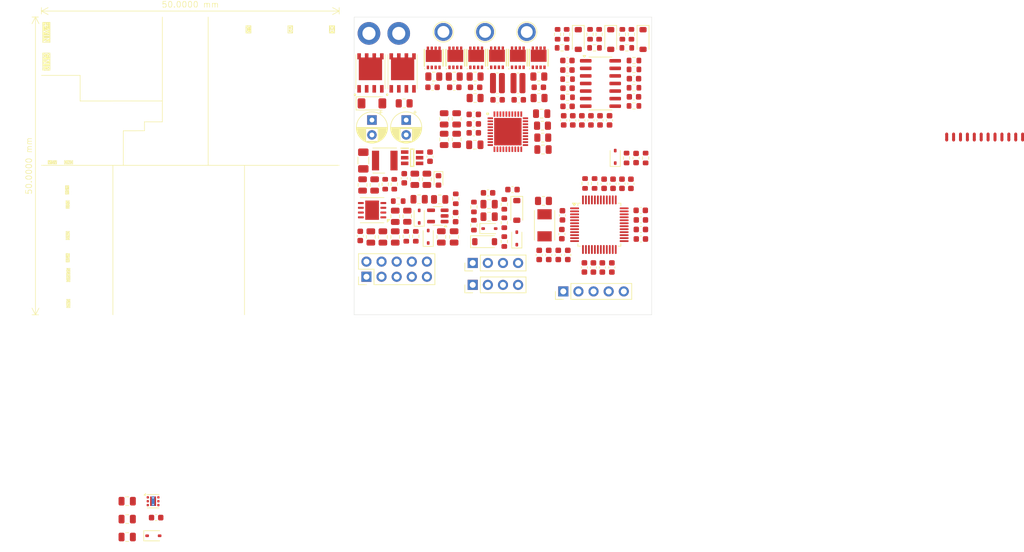
<source format=kicad_pcb>
(kicad_pcb (version 20240108) (generator "pcbnew") (generator_version "8.0")
  (layers (0 "F.Cu" signal "High Speed") (1 "In1.Cu" power "GND 1") (2 "In2.Cu" power "POWER") (3 "In3.Cu" signal "Low Signal 1") (4 "In4.Cu" signal "GND 2") (31 "B.Cu" signal "Low Signal 2") (34 "B.Paste" user) (35 "F.Paste" user) (36 "B.SilkS" user "B.Silkscreen") (37 "F.SilkS" user "F.Silkscreen") (38 "B.Mask" user) (39 "F.Mask" user) (44 "Edge.Cuts" user))
  (net 0 "")
  (net 1 "GND")
  (net 2 "+VIN")
  (net 3 "+5V")
  (net 4 "+3V3")
  (net 5 "/A")
  (net 6 "Net-(C30-Pad1)")
  (net 7 "Net-(C15-Pad1)")
  (net 8 "Net-(C31-Pad1)")
  (net 9 "/B")
  (net 10 "Net-(Q4-S_1)")
  (net 11 "/MCU/VIN_VOLTAGE")
  (net 12 "/C")
  (net 13 "/Gate Driver/DVDD")
  (net 14 "/Gate Driver/VCP")
  (net 15 "/Gate Driver/VM")
  (net 16 "/Gate Driver/CPL")
  (net 17 "/Gate Driver/CPH")
  (net 18 "/BEMF Input/PHASE-A")
  (net 19 "/BEMF Input/PHASE-B")
  (net 20 "Net-(Q6-S_1)")
  (net 22 "/BEMF Input/BEMF_VREF")
  (net 23 "/MCU/OSC_IN")
  (net 25 "/BEMF Input/PHASE-C")
  (net 26 "/MCU/OSC_OUT")
  (net 27 "+5V_BEC")
  (net 28 "/BEMF Input/BEMF_A")
  (net 29 "/BEMF Input/BEMF_B")
  (net 30 "/BEMF Input/BEMF_C")
  (net 31 "/Gate Driver/SHA")
  (net 32 "/Gate Driver/INLB")
  (net 33 "/Gate Driver/SPB")
  (net 34 "/Gate Driver/INHB")
  (net 35 "/Gate Driver/SHB")
  (net 36 "/Gate Driver/SNB")
  (net 37 "/Gate Driver/SOA")
  (net 38 "/Gate Driver/MISO")
  (net 39 "/Gate Driver/SCK")
  (net 40 "/Gate Driver/GLB")
  (net 41 "/Gate Driver/ENABLE")
  (net 42 "/Gate Driver/INHA")
  (net 43 "/Gate Driver/GHC")
  (net 44 "/Gate Driver/CS")
  (net 45 "/Gate Driver/MOSI")
  (net 46 "/Gate Driver/GHA")
  (net 47 "/Gate Driver/SNA")
  (net 48 "/Gate Driver/INLC")
  (net 49 "/Gate Driver/INHC")
  (net 50 "/Gate Driver/CAL")
  (net 51 "/Gate Driver/nFAULT")
  (net 52 "/Gate Driver/GLA")
  (net 53 "/Gate Driver/SPA")
  (net 54 "/Gate Driver/INLA")
  (net 55 "/Gate Driver/SOC")
  (net 56 "/Gate Driver/GLC")
  (net 57 "/Gate Driver/GHB")
  (net 58 "/Gate Driver/SHC")
  (net 59 "/Gate Driver/SOB")
  (net 60 "/MCU/VDD2")
  (net 61 "/MCU/VDD1")
  (net 62 "/MCU/VDDA")
  (net 63 "/MCU/VDD3")
  (net 64 "+6V")
  (net 65 "Net-(IC2-CB)")
  (net 66 "Net-(IC2-SW)")
  (net 67 "Net-(IC1-OUT_1)")
  (net 68 "Net-(IC1-ADJ{slash}SENSE)")
  (net 69 "Net-(C29-Pad1)")
  (net 70 "Net-(U3A-+)")
  (net 71 "Net-(U3B-+)")
  (net 72 "Net-(U3C-+)")
  (net 73 "Net-(D3-A)")
  (net 74 "Net-(IC1-PG)")
  (net 75 "Net-(IC2-FB)")
  (net 76 "Net-(U3D-+)")
  (net 77 "Net-(U4-NRST)")
  (net 78 "Net-(U4-BOOT0)")
  (net 79 "/Input/POT_THROTTLE")
  (net 80 "/Input/SERVO_INPUT")
  (net 86 "Net-(D1-A)")
  (net 88 "/Power/GATE")
  (net 94 "Net-(D11-A)")
  (net 95 "PWR_IN")
  (net 98 "/MCU/SWCLK")
  (net 99 "/MCU/SWDIO")
  (net 100 "Net-(D12-A2)")
  (net 101 "Net-(D13-A2)")
  (net 102 "Net-(R26-Pad2)")
  (net 103 "Net-(R37-Pad1)")
  (net 105 "Net-(C26-Pad1)")
  (net 106 "Net-(C27-Pad1)")
  (net 107 "Net-(C28-Pad1)")
  (footprint "Resistor_SMD:R_0603_1608Metric" (layer "F.Cu") (at 118.3 25.175 180)
    (property "Reference" "R28" (hide yes))
    (property "Value" "68k")
    (pad "1" smd roundrect (at -0.825 0 180) (size 0.8 0.95) (layers "F.Cu" "F.Paste" "F.Mask") (net 30 "/BEMF Input/BEMF_C"))
    (pad "2" smd roundrect (at 0.825 0 180) (size 0.8 0.95) (layers "F.Cu" "F.Paste" "F.Mask") (net 102 "Net-(R26-Pad2)"))
  )
  (footprint "NetTie:NetTie-2_SMD_Pad0.5mm" (layer "F.Cu") (at 177.81136 40.15 90)
    (property "Reference" "NT4" (hide yes))
    (property "Value" "NetTie_2" (hide yes))
    (fp_poly (pts (xy -0.5 -0.25) (xy 0.5 -0.25) (xy 0.5 0.25) (xy -0.5 0.25)) (fill solid) (layer "F.Cu"))
    (pad "1" smd circle (at -0.5 0 90) (size 0.5 0.5) (layers "F.Cu") (net 35 "/Gate Driver/SHB"))
    (pad "2" smd circle (at 0.5 0 90) (size 0.5 0.5) (layers "F.Cu") (net 19 "/BEMF Input/PHASE-B"))
  )
  (footprint "My_Footprint_Lib:MLPAK33" (layer "F.Cu") (at 100 26.84)
    (property "Reference" "Q4" (hide yes))
    (property "Value" "PXN012-60QLJ" (hide yes))
    (pad "1" smd rect (at -0.975 1.6) (size 0.4 0.6) (layers "F.Cu" "F.Paste" "F.Mask") (net 10 "Net-(Q4-S_1)"))
    (pad "2" smd rect (at -0.325 1.6) (size 0.4 0.6) (layers "F.Cu" "F.Paste" "F.Mask") (net 10 "Net-(Q4-S_1)"))
    (pad "3" smd rect (at 0.325 1.6) (size 0.4 0.6) (layers "F.Cu" "F.Paste" "F.Mask") (net 10 "Net-(Q4-S_1)"))
    (pad "4" smd rect (at 0.975 1.6) (size 0.4 0.6) (layers "F.Cu" "F.Paste" "F.Mask") (net 52 "/Gate Driver/GLA"))
    (pad "5" smd rect (at 0.975 -1.625) (size 0.4 0.55) (layers "F.Cu" "F.Paste" "F.Mask") (net 18 "/BEMF Input/PHASE-A"))
    (pad "6" smd rect (at 0.325 -1.625) (size 0.4 0.55) (layers "F.Cu" "F.Paste" "F.Mask") (net 18 "/BEMF Input/PHASE-A"))
    (pad "7" smd rect (at -0.325 -1.625) (size 0.4 0.55) (layers "F.Cu" "F.Paste" "F.Mask") (net 18 "/BEMF Input/PHASE-A"))
    (pad "8" smd rect (at -0.975 -1.625) (size 0.4 0.55) (layers "F.Cu" "F.Paste" "F.Mask") (net 18 "/BEMF Input/PHASE-A"))
    (pad "9" smd rect (at 0 -0.335 90) (size 2.03 2.65) (layers "F.Cu" "F.Paste" "F.Mask") (net 18 "/BEMF Input/PHASE-A"))
  )
  (footprint "Resistor_SMD:R_0805_2012Metric" (layer "F.Cu") (at 103.525 30 180)
    (property "Reference" "R10" (hide yes))
    (property "Value" "R_Snubber")
    (pad "1" smd roundrect (at -0.9125 0 180) (size 1.025 1.4) (layers "F.Cu" "F.Paste" "F.Mask") (roundrect_rratio 0.243902) (net 2 "+VIN"))
    (pad "2" smd roundrect (at 0.9125 0 180) (size 1.025 1.4) (layers "F.Cu" "F.Paste" "F.Mask") (roundrect_rratio 0.243902) (net 105 "Net-(C26-Pad1)"))
  )
  (footprint "Capacitor_SMD:C_0603_1608Metric" (layer "F.Cu") (at 92.825 31.8)
    (property "Reference" "C28" (hide yes))
    (property "Value" "C_Snubber")
    (pad "1" smd roundrect (at -0.775 0) (size 0.9 0.95) (layers "F.Cu" "F.Paste" "F.Mask") (net 107 "Net-(C28-Pad1)"))
    (pad "2" smd roundrect (at 0.775 0) (size 0.9 0.95) (layers "F.Cu" "F.Paste" "F.Mask") (net 19 "/BEMF Input/PHASE-B"))
  )
  (footprint "Capacitor_SMD:C_0805_2012Metric" (layer "F.Cu") (at 87.625 37.1 -90)
    (property "Reference" "C36" (hide yes))
    (property "Value" "4.7uF")
    (pad "1" smd roundrect (at -0.95 0 270) (size 1 1.45) (layers "F.Cu" "F.Paste" "F.Mask") (net 2 "+VIN"))
    (pad "2" smd roundrect (at 0.95 0 270) (size 1 1.45) (layers "F.Cu" "F.Paste" "F.Mask") (net 1 "GND"))
  )
  (footprint "Capacitor_SMD:C_0603_1608Metric" (layer "F.Cu") (at 114.1875 62.055 -90)
    (property "Reference" "C60" (hide yes))
    (property "Value" "10nF")
    (pad "1" smd roundrect (at -0.775 0 270) (size 0.9 0.95) (layers "F.Cu" "F.Paste" "F.Mask") (net 4 "+3V3"))
    (pad "2" smd roundrect (at 0.775 0 270) (size 0.9 0.95) (layers "F.Cu" "F.Paste" "F.Mask") (net 1 "GND"))
  )
  (footprint "Capacitor_SMD:C_0603_1608Metric" (layer "F.Cu") (at 110.75 37.35 -90)
    (property "Reference" "C48" (hide yes))
    (property "Value" "7pf")
    (pad "1" smd roundrect (at -0.775 0 270) (size 0.9 0.95) (layers "F.Cu" "F.Paste" "F.Mask") (net 12 "/C"))
    (pad "2" smd roundrect (at 0.775 0 270) (size 0.9 0.95) (layers "F.Cu" "F.Paste" "F.Mask") (net 1 "GND"))
  )
  (footprint "Capacitor_SMD:C_0603_1608Metric" (layer "F.Cu") (at 92.6 37.95 180)
    (property "Reference" "C40" (hide yes))
    (property "Value" "100nF")
    (pad "1" smd roundrect (at -0.775 0 180) (size 0.9 0.95) (layers "F.Cu" "F.Paste" "F.Mask") (net 2 "+VIN"))
    (pad "2" smd roundrect (at 0.775 0 180) (size 0.9 0.95) (layers "F.Cu" "F.Paste" "F.Mask") (net 1 "GND"))
  )
  (footprint "Resistor_SMD:R_0603_1608Metric" (layer "F.Cu") (at 89.575 50.525 -90)
    (property "Reference" "R4" (hide yes))
    (property "Value" "470R")
    (pad "1" smd roundrect (at -0.825 0 270) (size 0.8 0.95) (layers "F.Cu" "F.Paste" "F.Mask") (net 86 "Net-(D1-A)"))
    (pad "2" smd roundrect (at 0.825 0 270) (size 0.8 0.95) (layers "F.Cu" "F.Paste" "F.Mask") (net 4 "+3V3"))
  )
  (footprint "Capacitor_SMD:C_0805_2012Metric" (layer "F.Cu") (at 87.625 40.55 -90)
    (property "Reference" "C38" (hide yes))
    (property "Value" "4.7uF")
    (pad "1" smd roundrect (at -0.95 0 270) (size 1 1.45) (layers "F.Cu" "F.Paste" "F.Mask") (net 2 "+VIN"))
    (pad "2" smd roundrect (at 0.95 0 270) (size 1 1.45) (layers "F.Cu" "F.Paste" "F.Mask") (net 1 "GND"))
  )
  (footprint "Capacitor_SMD:C_0603_1608Metric" (layer "F.Cu") (at 105.1875 59.95 -90)
    (property "Reference" "C59" (hide yes))
    (property "Value" "47nF")
    (pad "1" smd roundrect (at -0.775 0 270) (size 0.9 0.95) (layers "F.Cu" "F.Paste" "F.Mask") (net 4 "+3V3"))
    (pad "2" smd roundrect (at 0.775 0 270) (size 0.9 0.95) (layers "F.Cu" "F.Paste" "F.Mask") (net 1 "GND"))
  )
  (footprint "Capacitor_SMD:C_0603_1608Metric" (layer "F.Cu") (at 108.3875 59.95 -90)
    (property "Reference" "C68" (hide yes))
    (property "Value" "1nF")
    (pad "1" smd roundrect (at -0.775 0 270) (size 0.9 0.95) (layers "F.Cu" "F.Paste" "F.Mask") (net 4 "+3V3"))
    (pad "2" smd roundrect (at 0.775 0 270) (size 0.9 0.95) (layers "F.Cu" "F.Paste" "F.Mask") (net 1 "GND"))
  )
  (footprint "Capacitor_SMD:C_0805_2012Metric" (layer "F.Cu") (at 86.875 50.625)
    (property "Reference" "C13" (hide yes))
    (property "Value" "1uF")
    (pad "1" smd roundrect (at -0.95 0) (size 1 1.45) (layers "F.Cu" "F.Paste" "F.Mask") (net 4 "+3V3"))
    (pad "2" smd roundrect (at 0.95 0) (size 1 1.45) (layers "F.Cu" "F.Paste" "F.Mask") (net 1 "GND"))
  )
  (footprint "Inductor_SMD_Wurth:L_Wurth_WE-LQSH-4020" (layer "F.Cu") (at 77.65 44.1 180)
    (property "Reference" "L1" (hide yes))
    (property "Value" "6.8uF")
    (pad "1" smd rect (at -1.55 0 180) (size 1.2 3.3) (layers "F.Cu" "F.Paste" "F.Mask") (net 66 "Net-(IC2-SW)"))
    (pad "2" smd rect (at 1.55 0 180) (size 1.2 3.3) (layers "F.Cu" "F.Paste" "F.Mask") (net 7 "Net-(C15-Pad1)"))
  )
  (footprint "Package_TO_SOT_SMD:SOT-23-5" (layer "F.Cu") (at 86.5625 53.4 180)
    (property "Reference" "U1" (hide yes))
    (property "Value" "TLV75733PDBV")
    (pad "1" smd roundrect (at -1.1375 -0.95 180) (size 1.325 0.6) (layers "F.Cu" "F.Paste" "F.Mask") (net 64 "+6V"))
    (pad "2" smd roundrect (at -1.1375 0 180) (size 1.325 0.6) (layers "F.Cu" "F.Paste" "F.Mask") (net 1 "GND"))
    (pad "3" smd roundrect (at -1.1375 0.95 180) (size 1.325 0.6) (layers "F.Cu" "F.Paste" "F.Mask") (net 64 "+6V"))
    (pad "4" smd roundrect (at 1.1375 0.95 180) (size 1.325 0.6) (layers "F.Cu" "F.Paste" "F.Mask"))
    (pad "5" smd roundrect (at 1.1375 -0.95 180) (size 1.325 0.6) (layers "F.Cu" "F.Paste" "F.Mask") (net 4 "+3V3"))
  )
  (footprint "Connector_PinHeader_2.54mm:PinHeader_1x05_P2.54mm_Vertical" (layer "F.Cu") (at 107.635 66.075 90)
    (property "Reference" "J7" (hide yes))
    (property "Value" "SWD")
    (pad "1" thru_hole rect (at 0 0 90) (size 1.7 1.7) (drill 1) (layers "*.Cu" "*.Mask") (net 4 "+3V3"))
    (pad "2" thru_hole oval (at 0 2.54 90) (size 1.7 1.7) (drill 1) (layers "*.Cu" "*.Mask"))
    (pad "3" thru_hole oval (at 0 5.08 90) (size 1.7 1.7) (drill 1) (layers "*.Cu" "*.Mask") (net 99 "/MCU/SWDIO"))
    (pad "4" thru_hole oval (at 0 7.62 90) (size 1.7 1.7) (drill 1) (layers "*.Cu" "*.Mask") (net 98 "/MCU/SWCLK"))
    (pad "5" thru_hole oval (at 0 10.16 90) (size 1.7 1.7) (drill 1) (layers "*.Cu" "*.Mask") (net 1 "GND"))
  )
  (footprint "Diode_SMD:D_SOD-123" (layer "F.Cu") (at 99.825 52.475 -90)
    (property "Reference" "D11" (hide yes))
    (property "Value" "SD103AW")
    (pad "1" smd roundrect (at -1.65 0 270) (size 0.9 1.2) (layers "F.Cu" "F.Paste" "F.Mask") (net 4 "+3V3"))
    (pad "2" smd roundrect (at 1.65 0 270) (size 0.9 1.2) (layers "F.Cu" "F.Paste" "F.Mask") (net 94 "Net-(D11-A)"))
  )
  (footprint "TestPoint:TestPoint_Plated_Hole_D2.0mm" (layer "F.Cu") (at 101.5 22.515 90)
    (property "Reference" "J4" (hide yes))
    (property "Value" "A")
    (pad "1" thru_hole circle (at 0 0 90) (size 3 3) (drill 2) (layers "*.Cu" "*.Mask") (net 18 "/BEMF Input/PHASE-A"))
  )
  (footprint "Capacitor_SMD:C_0603_1608Metric" (layer "F.Cu") (at 115.4 37.35 -90)
    (property "Reference" "R33" (hide yes))
    (property "Value" "5.1k")
    (pad "1" smd roundrect (at -0.775 0 270) (size 0.9 0.95) (layers "F.Cu" "F.Paste" "F.Mask") (net 5 "/A"))
    (pad "2" smd roundrect (at 0.775 0 270) (size 0.9 0.95) (layers "F.Cu" "F.Paste" "F.Mask") (net 4 "+3V3"))
  )
  (footprint "My_Footprint_Lib:MLPAK33" (layer "F.Cu") (at 103.5 26.84)
    (property "Reference" "Q3" (hide yes))
    (property "Value" "PXN012-60QLJ" (hide yes))
    (pad "1" smd rect (at -0.975 1.6) (size 0.4 0.6) (layers "F.Cu" "F.Paste" "F.Mask") (net 18 "/BEMF Input/PHASE-A"))
    (pad "2" smd rect (at -0.325 1.6) (size 0.4 0.6) (layers "F.Cu" "F.Paste" "F.Mask") (net 18 "/BEMF Input/PHASE-A"))
    (pad "3" smd rect (at 0.325 1.6) (size 0.4 0.6) (layers "F.Cu" "F.Paste" "F.Mask") (net 18 "/BEMF Input/PHASE-A"))
    (pad "4" smd rect (at 0.975 1.6) (size 0.4 0.6) (layers "F.Cu" "F.Paste" "F.Mask") (net 46 "/Gate Driver/GHA"))
    (pad "5" smd rect (at 0.975 -1.625) (size 0.4 0.55) (layers "F.Cu" "F.Paste" "F.Mask") (net 2 "+VIN"))
    (pad "6" smd rect (at 0.325 -1.625) (size 0.4 0.55) (layers "F.Cu" "F.Paste" "F.Mask") (net 2 "+VIN"))
    (pad "7" smd rect (at -0.325 -1.625) (size 0.4 0.55) (layers "F.Cu" "F.Paste" "F.Mask") (net 2 "+VIN"))
    (pad "8" smd rect (at -0.975 -1.625) (size 0.4 0.55) (layers "F.Cu" "F.Paste" "F.Mask") (net 2 "+VIN"))
    (pad "9" smd rect (at 0 -0.335 90) (size 2.03 2.65) (layers "F.Cu" "F.Paste" "F.Mask") (net 2 "+VIN"))
  )
  (footprint "My_Footprint_Lib:PowerPAK-SO-8-4" (layer "F.Cu") (at 75.25 29.25 90)
    (property "Reference" "Q1" (hide yes))
    (property "Value" "SQJ457EP-T1_GE3" (hide yes))
    (pad "1" smd rect (at -2.81 -1.905 180) (size 0.61 1.27) (layers "F.Cu" "F.Paste" "F.Mask") (net 2 "+VIN"))
    (pad "2" smd rect (at -2.81 -0.635 180) (size 0.61 1.27) (layers "F.Cu" "F.Paste" "F.Mask") (net 2 "+VIN"))
    (pad "3" smd rect (at -2.81 0.635 180) (size 0.61 1.27) (layers "F.Cu" "F.Paste" "F.Mask") (net 2 "+VIN"))
    (pad "4" smd rect (at -2.81 1.905 180) (size 0.61 1.27) (layers "F.Cu" "F.Paste" "F.Mask") (net 88 "/Power/GATE"))
    (pad "5" smd rect (at 0.55 0 90) (size 3.81 3.91) (layers "F.Cu" "F.Paste" "F.Mask") (net 95 "PWR_IN"))
    (pad "5" smd rect (at 2.3 -2.083 180) (size 0.255 0.31) (layers "F.Cu" "F.Paste" "F.Mask") (net 95 "PWR_IN"))
    (pad "5" smd rect (at 2.3 2.083 180) (size 0.255 0.31) (layers "F.Cu" "F.Paste" "F.Mask") (net 95 "PWR_IN"))
    (pad "5" smd rect (at 2.81 -1.905 180) (size 0.61 0.71) (layers "F.Cu" "F.Paste" "F.Mask") (net 95 "PWR_IN"))
    (pad "6" smd rect (at 2.81 -0.635 180) (size 0.61 0.71) (layers "F.Cu" "F.Paste" "F.Mask") (net 95 "PWR_IN"))
    (pad "7" smd rect (at 2.81 0.635 180) (size 0.61 0.71) (layers "F.Cu" "F.Paste" "F.Mask") (net 95 "PWR_IN"))
    (pad "8" smd rect (at 2.81 1.905 180) (size 0.61 0.71) (layers "F.Cu" "F.Paste" "F.Mask") (net 95 "PWR_IN"))
  )
  (footprint "Diode_SMD:D_MiniMELF" (layer "F.Cu") (at 75.5 34.5)
    (property "Reference" "D2" (hide yes))
    (property "Value" "ZMM55-C12")
    (pad "1" smd roundrect (at -1.75 0) (size 1.3 1.7) (layers "F.Cu" "F.Paste" "F.Mask") (roundrect_rratio 0.1923076923) (net 2 "+VIN"))
    (pad "2" smd roundrect (at 1.75 0) (size 1.3 1.7) (layers "F.Cu" "F.Paste" "F.Mask") (roundrect_rratio 0.1923076923) (net 88 "/Power/GATE"))
  )
  (footprint "Resistor_SMD:R_0603_1608Metric" (layer "F.Cu") (at 119.5 27.3)
    (property "Reference" "R37" (hide yes))
    (property "Value" "10k")
    (pad "1" smd roundrect (at -0.825 0) (size 0.8 0.95) (layers "F.Cu" "F.Paste" "F.Mask") (net 103 "Net-(R37-Pad1)"))
    (pad "2" smd roundrect (at 0.825 0) (size 0.8 0.95) (layers "F.Cu" "F.Paste" "F.Mask") (net 1 "GND"))
  )
  (footprint "Capacitor_SMD:C_0603_1608Metric" (layer "F.Cu") (at 108.325 28.9 180)
    (property "Reference" "C50" (hide yes))
    (property "Value" "10nF")
    (pad "1" smd roundrect (at -0.775 0 180) (size 0.9 0.95) (layers "F.Cu" "F.Paste" "F.Mask") (net 4 "+3V3"))
    (pad "2" smd roundrect (at 0.775 0 180) (size 0.9 0.95) (layers "F.Cu" "F.Paste" "F.Mask") (net 1 "GND"))
  )
  (footprint "Capacitor_SMD:C_0603_1608Metric" (layer "F.Cu") (at 99.1 48.975)
    (property "Reference" "C71" (hide yes))
    (property "Value" "100nF")
    (pad "1" smd roundrect (at -0.775 0) (size 0.9 0.95) (layers "F.Cu" "F.Paste" "F.Mask") (net 80 "/Input/SERVO_INPUT"))
    (pad "2" smd roundrect (at 0.775 0) (size 0.9 0.95) (layers "F.Cu" "F.Paste" "F.Mask") (net 1 "GND"))
  )
  (footprint "NetTie:NetTie-2_SMD_Pad0.5mm" (layer "F.Cu") (at 184.76591 40.15 90)
    (property "Reference" "NT8" (hide yes))
    (property "Value" "NetTie_2" (hide yes))
    (fp_poly (pts (xy -0.5 -0.25) (xy 0.5 -0.25) (xy 0.5 0.25) (xy -0.5 0.25)) (fill solid) (layer "F.Cu"))
    (pad "1" smd circle (at -0.5 0 90) (size 0.5 0.5) (layers "F.Cu") (net 2 "+VIN"))
    (pad "2" smd circle (at 0.5 0 90) (size 0.5 0.5) (layers "F.Cu") (net 15 "/Gate Driver/VM"))
  )
  (footprint "Resistor_SMD:R_0603_1608Metric" (layer "F.Cu") (at 117.55 22.9 -90)
    (property "Reference" "R22" (hide yes))
    (property "Value" "68k")
    (pad "1" smd roundrect (at -0.825 0 270) (size 0.8 0.95) (layers "F.Cu" "F.Paste" "F.Mask") (net 25 "/BEMF Input/PHASE-C"))
    (pad "2" smd roundrect (at 0.825 0 270) (size 0.8 0.95) (layers "F.Cu" "F.Paste" "F.Mask") (net 30 "/BEMF Input/BEMF_C"))
  )
  (footprint "Capacitor_SMD:C_0603_1608Metric" (layer "F.Cu") (at 85.675 31.8)
    (property "Reference" "C30" (hide yes))
    (property "Value" "C_Snubber")
    (pad "1" smd roundrect (at -0.775 0) (size 0.9 0.95) (layers "F.Cu" "F.Paste" "F.Mask") (net 6 "Net-(C30-Pad1)"))
    (pad "2" smd roundrect (at 0.775 0) (size 0.9 0.95) (layers "F.Cu" "F.Paste" "F.Mask") (net 25 "/BEMF Input/PHASE-C"))
  )
  (footprint "Capacitor_SMD:C_0603_1608Metric" (layer "F.Cu") (at 89.325 31.8 180)
    (property "Reference" "C31" (hide yes))
    (property "Value" "C_Snubber")
    (pad "1" smd roundrect (at -0.775 0 180) (size 0.9 0.95) (layers "F.Cu" "F.Paste" "F.Mask") (net 8 "Net-(C31-Pad1)"))
    (pad "2" smd roundrect (at 0.775 0 180) (size 0.9 0.95) (layers "F.Cu" "F.Paste" "F.Mask") (net 1 "GND"))
  )
  (footprint "Capacitor_SMD:C_0805_2012Metric" (layer "F.Cu") (at 83.425 50.6 180)
    (property "Reference" "C11" (hide yes))
    (property "Value" "1uF")
    (pad "1" smd roundrect (at -0.95 0 180) (size 1 1.45) (layers "F.Cu" "F.Paste" "F.Mask") (net 4 "+3V3"))
    (pad "2" smd roundrect (at 0.95 0 180) (size 1 1.45) (layers "F.Cu" "F.Paste" "F.Mask") (net 1 "GND"))
  )
  (footprint "Resistor_SMD:R_0603_1608Metric" (layer "F.Cu") (at 79.25 48.075 -90)
    (property "Reference" "R6" (hide yes))
    (property "Value" "13.7k")
    (pad "1" smd roundrect (at -0.825 0 270) (size 0.8 0.95) (layers "F.Cu" "F.Paste" "F.Mask") (net 75 "Net-(IC2-FB)"))
    (pad "2" smd roundrect (at 0.825 0 270) (size 0.8 0.95) (layers "F.Cu" "F.Paste" "F.Mask") (net 1 "GND"))
  )
  (footprint "Resistor_SMD:R_0603_1608Metric" (layer "F.Cu") (at 108.35 33.475)
    (property "Reference" "R31" (hide yes))
    (property "Value" "10k")
    (pad "1" smd roundrect (at -0.825 0) (size 0.8 0.95) (layers "F.Cu" "F.Paste" "F.Mask") (net 71 "Net-(U3B-+)"))
    (pad "2" smd roundrect (at 0.825 0) (size 0.8 0.95) (layers "F.Cu" "F.Paste" "F.Mask") (net 29 "/BEMF Input/BEMF_B"))
  )
  (footprint "Resistor_SMD:R_0603_1608Metric" (layer "F.Cu") (at 79.9125 50.91)
    (property "Reference" "R1" (hide yes))
    (property "Value" "10k")
    (pad "1" smd roundrect (at -0.825 0) (size 0.8 0.95) (layers "F.Cu" "F.Paste" "F.Mask") (net 74 "Net-(IC1-PG)"))
    (pad "2" smd roundrect (at 0.825 0) (size 0.8 0.95) (layers "F.Cu" "F.Paste" "F.Mask") (net 1 "GND"))
  )
  (footprint "Resistor_SMD:R_0603_1608Metric" (layer "F.Cu") (at 82.8625 56.8225 90)
    (property "Reference" "R3" (hide yes))
    (property "Value" "10k")
    (pad "1" smd roundrect (at -0.825 0 90) (size 0.8 0.95) (layers "F.Cu" "F.Paste" "F.Mask") (net 1 "GND"))
    (pad "2" smd roundrect (at 0.825 0 90) (size 0.8 0.95) (layers "F.Cu" "F.Paste" "F.Mask") (net 68 "Net-(IC1-ADJ{slash}SENSE)"))
  )
  (footprint "Package_SON:WSON-6-1EP_2x2mm_P0.65mm_EP1x1.6mm_ThermalVias" (layer "F.Cu") (at 38.7475 101.3075)
    (property "Reference" "U2" (hide yes))
    (property "Value" "TLV76750DRVx")
    (pad "1" smd roundrect (at -0.8875 -0.65) (size 0.375 0.4) (layers "F.Cu" "F.Paste" "F.Mask") (net 3 "+5V"))
    (pad "2" smd roundrect (at -0.8875 0) (size 0.375 0.4) (layers "F.Cu" "F.Paste" "F.Mask") (net 3 "+5V"))
    (pad "3" smd roundrect (at -0.8875 0.65) (size 0.375 0.4) (layers "F.Cu" "F.Paste" "F.Mask") (net 1 "GND"))
    (pad "4" smd roundrect (at 0.8875 0.65) (size 0.375 0.4) (layers "F.Cu" "F.Paste" "F.Mask") (net 64 "+6V"))
    (pad "5" smd roundrect (at 0.8875 0) (size 0.375 0.4) (layers "F.Cu" "F.Paste" "F.Mask") (net 1 "GND"))
    (pad "6" smd roundrect (at 0.8875 -0.65) (size 0.375 0.4) (layers "F.Cu" "F.Paste" "F.Mask") (net 64 "+6V"))
    (pad "7" thru_hole circle (at 0 -0.55) (size 0.5 0.5) (drill 0.2) (property pad_prop_heatsink) (layers "*.Cu") (net 1 "GND"))
    (pad "7" smd rect (at 0 0) (size 0.5 1.6) (property pad_prop_heatsink) (layers "B.Cu") (net 1 "GND"))
    (pad "7" smd rect (at 0 0) (size 1 1.6) (property pad_prop_heatsink) (layers "F.Cu" "F.Mask") (net 1 "GND"))
    (pad "7" thru_hole circle (at 0 0.55) (size 0.5 0.5) (drill 0.2) (property pad_prop_heatsink) (layers "*.Cu") (net 1 "GND"))
  )
  (footprint "LED_SMD:LED_0603_1608Metric" (layer "F.Cu") (at 86.675 47.4375 -90)
    (property "Reference" "D1" (hide yes))
    (property "Value" "POWER LED")
    (pad "1" smd roundrect (at -0.7875 0 270) (size 0.875 0.95) (layers "F.Cu" "F.Paste" "F.Mask") (net 1 "GND"))
    (pad "2" smd roundrect (at 0.7875 0 270) (size 0.875 0.95) (layers "F.Cu" "F.Paste" "F.Mask") (net 86 "Net-(D1-A)"))
  )
  (footprint "Resistor_SMD:R_0805_2012Metric" (layer "F.Cu") (at 92.825 33.6 180)
    (property "Reference" "R14" (hide yes))
    (property "Value" "R_Snubber")
    (pad "1" smd roundrect (at -0.9125 0 180) (size 1.025 1.4) (layers "F.Cu" "F.Paste" "F.Mask") (roundrect_rratio 0.243902) (net 19 "/BEMF Input/PHASE-B"))
    (pad "2" smd roundrect (at 0.9125 0 180) (size 1.025 1.4) (layers "F.Cu" "F.Paste" "F.Mask") (roundrect_rratio 0.243902) (net 69 "Net-(C29-Pad1)"))
  )
  (footprint "Capacitor_SMD:C_0603_1608Metric" (layer "F.Cu") (at 118.9875 48.005 90)
    (property "Reference" "C53" (hide yes))
    (property "Value" "100nF")
    (pad "1" smd roundrect (at -0.775 0 90) (size 0.9 0.95) (layers "F.Cu" "F.Paste" "F.Mask") (net 4 "+3V3"))
    (pad "2" smd roundrect (at 0.775 0 90) (size 0.9 0.95) (layers "F.Cu" "F.Paste" "F.Mask") (net 1 "GND"))
  )
  (footprint "Diode_SMD:D_SOD-323" (layer "F.Cu") (at 116.355 43.475 90)
    (property "Reference" "D5" (hide yes))
    (property "Value" "DESD5V0U1BA-7")
    (pad "1" smd roundrect (at -1.05 0 90) (size 0.6 0.45) (layers "F.Cu" "F.Paste" "F.Mask") (net 1 "GND"))
    (pad "2" smd roundrect (at 1.05 0 90) (size 0.6 0.45) (layers "F.Cu" "F.Paste" "F.Mask") (net 11 "/MCU/VIN_VOLTAGE"))
  )
  (footprint "Capacitor_SMD:C_0603_1608Metric" (layer "F.Cu") (at 119.5 33.4)
    (property "Reference" "C42" (hide yes))
    (property "Value" "10nF")
    (pad "1" smd roundrect (at -0.775 0) (size 0.9 0.95) (layers "F.Cu" "F.Paste" "F.Mask") (net 22 "/BEMF Input/BEMF_VREF"))
    (pad "2" smd roundrect (at 0.775 0) (size 0.9 0.95) (layers "F.Cu" "F.Paste" "F.Mask") (net 1 "GND"))
  )
  (footprint "Capacitor_SMD:C_0603_1608Metric" (layer "F.Cu") (at 73.5375 56.76 -90)
    (property "Reference" "C3" (hide yes))
    (property "Value" "100nF")
    (pad "1" smd roundrect (at -0.775 0 270) (size 0.9 0.95) (layers "F.Cu" "F.Paste" "F.Mask") (net 64 "+6V"))
    (pad "2" smd roundrect (at 0.775 0 270) (size 0.9 0.95) (layers "F.Cu" "F.Paste" "F.Mask") (net 1 "GND"))
  )
  (footprint "Capacitor_SMD:C_0603_1608Metric" (layer "F.Cu") (at 108.35 31.95 180)
    (property "Reference" "C43" (hide yes))
    (property "Value" "10nF")
    (pad "1" smd roundrect (at -0.775 0 180) (size 0.9 0.95) (layers "F.Cu" "F.Paste" "F.Mask") (net 70 "Net-(U3A-+)"))
    (pad "2" smd roundrect (at 0.775 0 180) (size 0.9 0.95) (layers "F.Cu" "F.Paste" "F.Mask") (net 1 "GND"))
  )
  (footprint "Resistor_SMD:R_0603_1608Metric" (layer "F.Cu") (at 92.625 54.95 90)
    (property "Reference" "R41" (hide yes))
    (property "Value" "470R")
    (pad "1" smd roundrect (at -0.825 0 90) (size 0.8 0.95) (layers "F.Cu" "F.Paste" "F.Mask") (net 100 "Net-(D12-A2)"))
    (pad "2" smd roundrect (at 0.825 0 90) (size 0.8 0.95) (layers "F.Cu" "F.Paste" "F.Mask") (net 79 "/Input/POT_THROTTLE"))
  )
  (footprint "Resistor_SMD:R_0612_1632Metric" (layer "F.Cu") (at 96.575 31.1 180)
    (property "Reference" "R15" (hide yes))
    (property "Value" "0.005R")
    (pad "1" smd roundrect (at -0.75 0 180) (size 1 3.4) (layers "F.Cu" "F.Paste" "F.Mask") (net 20 "Net-(Q6-S_1)"))
    (pad "2" smd roundrect (at 0.75 0 180) (size 1 3.4) (layers "F.Cu" "F.Paste" "F.Mask") (net 1 "GND"))
  )
  (footprint "Diode_SMD:D_SOD-123" (layer "F.Cu") (at 94.425 57.725)
    (property "Reference" "D10" (hide yes))
    (property "Value" "SD103AW")
    (pad "1" smd roundrect (at -1.65 0) (size 0.9 1.2) (layers "F.Cu" "F.Paste" "F.Mask") (net 4 "+3V3"))
    (pad "2" smd roundrect (at 1.65 0) (size 0.9 1.2) (layers "F.Cu" "F.Paste" "F.Mask") (net 79 "/Input/POT_THROTTLE"))
  )
  (footprint "NetTie:NetTie-2_SMD_Pad0.5mm" (layer "F.Cu") (at 173.175 40.15 -90)
    (property "Reference" "NT2" (hide yes))
    (property "Value" "NetTie_2" (hide yes))
    (fp_poly (pts (xy -0.5 -0.25) (xy 0.5 -0.25) (xy 0.5 0.25) (xy -0.5 0.25)) (fill solid) (layer "F.Cu"))
    (pad "1" smd circle (at -0.5 0 270) (size 0.5 0.5) (layers "F.Cu") (net 53 "/Gate Driver/SPA"))
    (pad "2" smd circle (at 0.5 0 270) (size 0.5 0.5) (layers "F.Cu") (net 10 "Net-(Q4-S_1)"))
  )
  (footprint "Capacitor_SMD:C_0603_1608Metric" (layer "F.Cu") (at 111.1775 62.05 -90)
    (property "Reference" "C51" (hide yes))
    (property "Value" "100nF")
    (pad "1" smd roundrect (at -0.775 0 270) (size 0.9 0.95) (layers "F.Cu" "F.Paste" "F.Mask") (net 4 "+3V3"))
    (pad "2" smd roundrect (at 0.775 0 270) (size 0.9 0.95) (layers "F.Cu" "F.Paste" "F.Mask") (net 1 "GND"))
  )
  (footprint "Resistor_SMD:R_0603_1608Metric" (layer "F.Cu") (at 119.5 34.925)
    (property "Reference" "R36" (hide yes))
    (property "Value" "10k")
    (pad "1" smd roundrect (at -0.825 0) (size 0.8 0.95) (layers "F.Cu" "F.Paste" "F.Mask") (net 76 "Net-(U3D-+)"))
    (pad "2" smd roundrect (at 0.825 0) (size 0.8 0.95) (layers "F.Cu" "F.Paste" "F.Mask") (net 1 "GND"))
  )
  (footprint "Package_QFP:LQFP-48_7x7mm_P0.5mm" (layer "F.Cu") (at 113.6875 54.875)
    (property "Reference" "U4" (hide yes))
    (property "Value" "STM32F103C8Tx")
    (pad "1" smd roundrect (at -4.1625 -2.75) (size 1.475 0.3) (layers "F.Cu" "F.Paste" "F.Mask"))
    (pad "2" smd roundrect (at -4.1625 -2.25) (size 1.475 0.3) (layers "F.Cu" "F.Paste" "F.Mask"))
    (pad "3" smd roundrect (at -4.1625 -1.75) (size 1.475 0.3) (layers "F.Cu" "F.Paste" "F.Mask"))
    (pad "4" smd roundrect (at -4.1625 -1.25) (size 1.475 0.3) (layers "F.Cu" "F.Paste" "F.Mask"))
    (pad "5" smd roundrect (at -4.1625 -0.75) (size 1.475 0.3) (layers "F.Cu" "F.Paste" "F.Mask") (net 23 "/MCU/OSC_IN"))
    (pad "6" smd roundrect (at -4.1625 -0.25) (size 1.475 0.3) (layers "F.Cu" "F.Paste" "F.Mask") (net 26 "/MCU/OSC_OUT"))
    (pad "7" smd roundrect (at -4.1625 0.25) (size 1.475 0.3) (layers "F.Cu" "F.Paste" "F.Mask") (net 77 "Net-(U4-NRST)"))
    (pad "8" smd roundrect (at -4.1625 0.75) (size 1.475 0.3) (layers "F.Cu" "F.Paste" "F.Mask") (net 1 "GND"))
    (pad "9" smd roundrect (at -4.1625 1.25) (size 1.475 0.3) (layers "F.Cu" "F.Paste" "F.Mask") (net 62 "/MCU/VDDA"))
    (pad "10" smd roundrect (at -4.1625 1.75) (size 1.475 0.3) (layers "F.Cu" "F.Paste" "F.Mask") (net 37 "/Gate Driver/SOA"))
    (pad "11" smd roundrect (at -4.1625 2.25) (size 1.475 0.3) (layers "F.Cu" "F.Paste" "F.Mask") (net 59 "/Gate Driver/SOB"))
    (pad "12" smd roundrect (at -4.1625 2.75) (size 1.475 0.3) (layers "F.Cu" "F.Paste" "F.Mask") (net 55 "/Gate Driver/SOC"))
    (pad "13" smd roundrect (at -2.75 4.1625) (size 0.3 1.475) (layers "F.Cu" "F.Paste" "F.Mask"))
    (pad "14" smd roundrect (at -2.25 4.1625) (size 0.3 1.475) (layers "F.Cu" "F.Paste" "F.Mask") (net 44 "/Gate Driver/CS"))
    (pad "15" smd roundrect (at -1.75 4.1625) (size 0.3 1.475) (layers "F.Cu" "F.Paste" "F.Mask") (net 39 "/Gate Driver/SCK"))
    (pad "16" smd roundrect (at -1.25 4.1625) (size 0.3 1.475) (layers "F.Cu" "F.Paste" "F.Mask") (net 38 "/Gate Driver/MISO"))
    (pad "17" smd roundrect (at -0.75 4.1625) (size 0.3 1.475) (layers "F.Cu" "F.Paste" "F.Mask") (net 45 "/Gate Driver/MOSI"))
    (pad "18" smd roundrect (at -0.25 4.1625) (size 0.3 1.475) (layers "F.Cu" "F.Paste" "F.Mask") (net 5 "/A"))
    (pad "19" smd roundrect (at 0.25 4.1625) (size 0.3 1.475) (layers "F.Cu" "F.Paste" "F.Mask") (net 9 "/B"))
    (pad "20" smd roundrect (at 0.75 4.1625) (size 0.3 1.475) (layers "F.Cu" "F.Paste" "F.Mask") (net 12 "/C"))
    (pad "21" smd roundrect (at 1.25 4.1625) (size 0.3 1.475) (layers "F.Cu" "F.Paste" "F.Mask"))
    (pad "22" smd roundrect (at 1.75 4.1625) (size 0.3 1.475) (layers "F.Cu" "F.Paste" "F.Mask") (net 80 "/Input/SERVO_INPUT"))
    (pad "23" smd roundrect (at 2.25 4.1625) (size 0.3 1.475) (layers "F.Cu" "F.Paste" "F.Mask") (net 1 "GND"))
    (pad "24" smd roundrect (at 2.75 4.1625) (size 0.3 1.475) (layers "F.Cu" "F.Paste" "F.Mask") (net 61 "/MCU/VDD1"))
    (pad "25" smd roundrect (at 4.1625 2.75) (size 1.475 0.3) (layers "F.Cu" "F.Paste" "F.Mask"))
    (pad "26" smd roundrect (at 4.1625 2.25) (size 1.475 0.3) (layers "F.Cu" "F.Paste" "F.Mask") (net 54 "/Gate Driver/INLA"))
    (pad "27" smd roundrect (at 4.1625 1.75) (size 1.475 0.3) (layers "F.Cu" "F.Paste" "F.Mask") (net 32 "/Gate Driver/INLB"))
    (pad "28" smd roundrect (at 4.1625 1.25) (size 1.475 0.3) (layers "F.Cu" "F.Paste" "F.Mask") (net 48 "/Gate Driver/INLC"))
    (pad "29" smd roundrect (at 4.1625 0.75) (size 1.475 0.3) (layers "F.Cu" "F.Paste" "F.Mask") (net 42 "/Gate Driver/INHA"))
    (pad "30" smd roundrect (at 4.1625 0.25) (size 1.475 0.3) (layers "F.Cu" "F.Paste" "F.Mask") (net 34 "/Gate Driver/INHB"))
    (pad "31" smd roundrect (at 4.1625 -0.25) (size 1.475 0.3) (layers "F.Cu" "F.Paste" "F.Mask") (net 49 "/Gate Driver/INHC"))
    (pad "32" smd roundrect (at 4.1625 -0.75) (size 1.475 0.3) (layers "F.Cu" "F.Paste" "F.Mask") (net 79 "/Input/POT_THROTTLE"))
    (pad "33" smd roundrect (at 4.1625 -1.25) (size 1.475 0.3) (layers "F.Cu" "F.Paste" "F.Mask") (net 11 "/MCU/VIN_VOLTAGE"))
    (pad "34" smd roundrect (at 4.1625 -1.75) (size 1.475 0.3) (layers "F.Cu" "F.Paste" "F.Mask") (net 99 "/MCU/SWDIO"))
    (pad "35" smd roundrect (at 4.1625 -2.25) (size 1.475 0.3) (layers "F.Cu" "F.Paste" "F.Mask") (net 1 "GND"))
    (pad "36" smd roundrect (at 4.1625 -2.75) (size 1.475 0.3) (layers "F.Cu" "F.Paste" "F.Mask") (net 60 "/MCU/VDD2"))
    (pad "37" smd roundrect (at 2.75 -4.1625) (size 0.3 1.475) (layers "F.Cu" "F.Paste" "F.Mask") (net 98 "/MCU/SWCLK"))
    (pad "38" smd roundrect (at 2.25 -4.1625) (size 0.3 1.475) (layers "F.Cu" "F.Paste" "F.Mask"))
    (pad "39" smd roundrect (at 1.75 -4.1625) (size 0.3 1.475) (layers "F.Cu" "F.Paste" "F.Mask"))
    (pad "40" smd roundrect (at 1.25 -4.1625) (size 0.3 1.475) (layers "F.Cu" "F.Paste" "F.Mask"))
    (pad "41" smd roundrect (at 0.75 -4.1625) (size 0.3 1.475) (layers "F.Cu" "F.Paste" "F.Mask"))
    (pad "42" smd roundrect (at 0.25 -4.1625) (size 0.3 1.475) (layers "F.Cu" "F.Paste" "F.Mask") (net 51 "/Gate Driver/nFAULT"))
    (pad "43" smd roundrect (at -0.25 -4.1625) (size 0.3 1.475) (layers "F.Cu" "F.Paste" "F.Mask") (net 41 "/Gate Driver/ENABLE"))
    (pad "44" smd roundrect (at -0.75 -4.1625) (size 0.3 1.475) (layers "F.Cu" "F.Paste" "F.Mask") (net 78 "Net-(U4-BOOT0)"))
    (pad "45" smd roundrect (at -1.25 -4.1625) (size 0.3 1.475) (layers "F.Cu" "F.Paste" "F.Mask") (net 50 "/Gate Driver/CAL"))
    (pad "46" smd roundrect (at -1.75 -4.1625) (size 0.3 1.475) (layers "F.Cu" "F.Paste" "F.Mask"))
    (pad "47" smd roundrect (at -2.25 -4.1625) (size 0.3 1.475) (layers "F.Cu" "F.Paste" "F.Mask") (net 1 "GND"))
    (pad "48" smd roundrect (at -2.75 -4.1625) (size 0.3 1.475) (layers "F.Cu" "F.Paste" "F.Mask") (net 63 "/MCU/VDD3"))
  )
  (footprint "NetTie:NetTie-2_SMD_Pad0.5mm" (layer "F.Cu") (at 174.33409 40.15 -90)
    (property "Reference" "NT6" (hide yes))
    (property "Value" "NetTie_2" (hide yes))
    (fp_poly (pts (xy -0.5 -0.25) (xy 0.5 -0.25) (xy 0.5 0.25) (xy -0.5 0.25)) (fill solid) (layer "F.Cu"))
    (pad "1" smd circle (at -0.5 0 270) (size 0.5 0.5) (layers "F.Cu") (net 36 "/Gate Driver/SNB"))
    (pad "2" smd circle (at 0.5 0 270) (size 0.5 0.5) (layers "F.Cu") (net 1 "GND"))
  )
  (footprint "Resistor_SMD:R_0805_2012Metric" (layer "F.Cu") (at 103.562936 33.6 180)
    (property "Reference" "R11" (hide yes))
    (property "Value" "R_Snubber")
    (pad "1" smd roundrect (at -0.9125 0 180) (size 1.025 1.4) (layers "F.Cu" "F.Paste" "F.Mask") (roundrect_rratio 0.243902) (net 18 "/BEMF Input/PHASE-A"))
    (pad "2" smd roundrect (at 0.9125 0 180) (size 1.025 1.4) (layers "F.Cu" "F.Paste" "F.Mask") (roundrect_rratio 0.243902) (net 106 "Net-(C27-Pad1)"))
  )
  (footprint "Capacitor_SMD:C_0603_1608Metric" (layer "F.Cu") (at 115.7875 62.055 -90)
    (property "Reference" "C65" (hide yes))
    (property "Value" "1nF")
    (pad "1" smd roundrect (at -0.775 0 270) (size 0.9 0.95) (layers "F.Cu" "F.Paste" "F.Mask") (net 4 "+3V3"))
    (pad "2" smd roundrect (at 0.775 0 270) (size 0.9 0.95) (layers "F.Cu" "F.Paste" "F.Mask") (net 1 "GND"))
  )
  (footprint "Capacitor_SMD:C_0603_1608Metric" (layer "F.Cu") (at 112.6875 62.055 -90)
    (property "Reference" "C56" (hide yes))
    (property "Value" "47nF")
    (pad "1" smd roundrect (at -0.775 0 270) (size 0.9 0.95) (layers "F.Cu" "F.Paste" "F.Mask") (net 4 "+3V3"))
    (pad "2" smd roundrect (at 0.775 0 270) (size 0.9 0.95) (layers "F.Cu" "F.Paste" "F.Mask") (net 1 "GND"))
  )
  (footprint "Capacitor_SMD:C_0805_2012Metric" (layer "F.Cu") (at 95.175 51.425)
    (property "Reference" "C70" (hide yes))
    (property "Value" "1uF")
    (pad "1" smd roundrect (at -0.95 0) (size 1 1.45) (layers "F.Cu" "F.Paste" "F.Mask") (net 79 "/Input/POT_THROTTLE"))
    (pad "2" smd roundrect (at 0.95 0) (size 1 1.45) (layers "F.Cu" "F.Paste" "F.Mask") (net 1 "GND"))
  )
  (footprint "Resistor_SMD:R_0603_1608Metric" (layer "F.Cu") (at 92.625 51.9 -90)
    (property "Reference" "R43" (hide yes))
    (property "Value" "1K")
    (pad "1" smd roundrect (at -0.825 0 270) (size 0.8 0.95) (layers "F.Cu" "F.Paste" "F.Mask") (net 79 "/Input/POT_THROTTLE"))
    (pad "2" smd roundrect (at 0.825 0 270) (size 0.8 0.95) (layers "F.Cu" "F.Paste" "F.Mask") (net 1 "GND"))
  )
  (footprint "NetTie:NetTie-2_SMD_Pad0.5mm" (layer "F.Cu") (at 175.49318 40.15 -90)
    (property "Reference" "NT1" (hide yes))
    (property "Value" "NetTie_2" (hide yes))
    (fp_poly (pts (xy -0.5 -0.25) (xy 0.5 -0.25) (xy 0.5 0.25) (xy -0.5 0.25)) (fill solid) (layer "F.Cu"))
    (pad "1" smd circle (at -0.5 0 270) (size 0.5 0.5) (layers "F.Cu") (net 31 "/Gate Driver/SHA"))
    (pad "2" smd circle (at 0.5 0 270) (size 0.5 0.5) (layers "F.Cu") (net 18 "/BEMF Input/PHASE-A"))
  )
  (footprint "Resistor_SMD:R_0603_1608Metric" (layer "F.Cu") (at 121.455 43.675 90)
    (property "Reference" "R8" (hide yes))
    (property "Value" "10k")
    (pad "1" smd roundrect (at -0.825 0 90) (size 0.8 0.95) (layers "F.Cu" "F.Paste" "F.Mask") (net 2 "+VIN"))
    (pad "2" smd roundrect (at 0.825 0 90) (size 0.8 0.95) (layers "F.Cu" "F.Paste" "F.Mask") (net 11 "/MCU/VIN_VOLTAGE"))
  )
  (footprint "My_Footprint_Lib:MLPAK33" (layer "F.Cu") (at 89.5 26.85)
    (property "Reference" "Q8" (hide yes))
    (property "Value" "PXN012-60QLJ" (hide yes))
    (pad "1" smd rect (at -0.975 1.6) (size 0.4 0.6) (layers "F.Cu" "F.Paste" "F.Mask") (net 1 "GND"))
    (pad "2" smd rect (at -0.325 1.6) (size 0.4 0.6) (layers "F.Cu" "F.Paste" "F.Mask") (net 1 "GND"))
    (pad "3" smd rect (at 0.325 1.6) (size 0.4 0.6) (layers "F.Cu" "F.Paste" "F.Mask") (net 1 "GND"))
    (pad "4" smd rect (at 0.975 1.6) (size 0.4 0.6) (layers "F.Cu" "F.Paste" "F.Mask") (net 56 "/Gate Driver/GLC"))
    (pad "5" smd rect (at 0.975 -1.625) (size 0.4 0.55) (layers "F.Cu" "F.Paste" "F.Mask") (net 25 "/BEMF Input/PHASE-C"))
    (pad "6" smd rect (at 0.325 -1.625) (size 0.4 0.55) (layers "F.Cu" "F.Paste" "F.Mask") (net 25 "/BEMF Input/PHASE-C"))
    (pad "7" smd rect (at -0.325 -1.625) (size 0.4 0.55) (layers "F.Cu" "F.Paste" "F.Mask") (net 25 "/BEMF Input/PHASE-C"))
    (pad "8" smd rect (at -0.975 -1.625) (size 0.4 0.55) (layers "F.Cu" "F.Paste" "F.Mask") (net 25 "/BEMF Input/PHASE-C"))
    (pad "9" smd rect (at 0 -0.335 90) (size 2.03 2.65) (layers "F.Cu" "F.Paste" "F.Mask") (net 25 "/BEMF Input/PHASE-C"))
  )
  (footprint "Resistor_SMD:R_0603_1608Metric" (layer "F.Cu") (at 77.725 48.075 -90)
    (property "Reference" "R5" (hide yes))
    (property "Value" "124k")
    (pad "1" smd roundrect (at -0.825 0 270) (size 0.8 0.95) (layers "F.Cu" "F.Paste" "F.Mask") (net 7 "Net-(C15-Pad1)"))
    (pad "2" smd roundrect (at 0.825 0 270) (size 0.8 0.95) (layers "F.Cu" "F.Paste" "F.Mask") (net 75 "Net-(IC2-FB)"))
  )
  (footprint "Capacitor_SMD:C_0805_2012Metric" (layer "F.Cu") (at 95.175 53.525)
    (property "Reference" "C69" (hide yes))
    (property "Value" "4.7uF")
    (pad "1" smd roundrect (at -0.95 0) (size 1 1.45) (layers "F.Cu" "F.Paste" "F.Mask") (net 79 "/Input/POT_THROTTLE"))
    (pad "2" smd roundrect (at 0.95 0) (size 1 1.45) (layers "F.Cu" "F.Paste" "F.Mask") (net 1 "GND"))
  )
  (footprint "Connector_PinHeader_2.54mm:PinHeader_2x05_P2.54mm_Vertical" (layer "F.Cu") (at 74.575 63.615 90)
    (property "Reference" "J3" (hide yes))
    (property "Value" "Conn_02x05_Counter_Clockwise")
    (pad "1" thru_hole rect (at 0 0 90) (size 1.7 1.7) (drill 1) (layers "*.Cu" "*.Mask") (net 27 "+5V_BEC"))
    (pad "2" thru_hole oval (at 2.54 0 90) (size 1.7 1.7) (drill 1) (layers "*.Cu" "*.Mask") (net 27 "+5V_BEC"))
    (pad "3" thru_hole oval (at 0 2.54 90) (size 1.7 1.7) (drill 1) (layers "*.Cu" "*.Mask") (net 27 "+5V_BEC"))
    (pad "4" thru_hole oval (at 2.54 2.54 90) (size 1.7 1.7) (drill 1) (layers "*.Cu" "*.Mask") (net 27 "+5V_BEC"))
    (pad "5" thru_hole oval (at 0 5.08 90) (size 1.7 1.7) (drill 1) (layers "*.Cu" "*.Mask") (net 27 "+5V_BEC"))
    (pad "6" thru_hole oval (at 2.54 5.08 90) (size 1.7 1.7) (drill 1) (layers "*.Cu" "*.Mask") (net 1 "GND"))
    (pad "7" thru_hole oval (at 0 7.62 90) (size 1.7 1.7) (drill 1) (layers "*.Cu" "*.Mask") (net 1 "GND"))
    (pad "8" thru_hole oval (at 2.54 7.62 90) (size 1.7 1.7) (drill 1) (layers "*.Cu" "*.Mask") (net 1 "GND"))
    (pad "9" thru_hole oval (at 0 10.16 90) (size 1.7 1.7) (drill 1) (layers "*.Cu" "*.Mask") (net 1 "GND"))
    (pad "10" thru_hole oval (at 2.54 10.16 90) (size 1.7 1.7) (drill 1) (layers "*.Cu" "*.Mask") (net 1 "GND"))
  )
  (footprint "Capacitor_SMD:C_0805_2012Metric" (layer "F.Cu") (at 87.15 56.925 -90)
    (property "Reference" "C7" (hide yes))
    (property "Value" "1uF")
    (pad "1" smd roundrect (at -0.95 0 270) (size 1 1.45) (layers "F.Cu" "F.Paste" "F.Mask") (net 64 "+6V"))
    (pad "2" smd roundrect (at 0.95 0 270) (size 1 1.45) (layers "F.Cu" "F.Paste" "F.Mask") (net 1 "GND"))
  )
  (footprint "Capacitor_SMD:C_0603_1608Metric" (layer "F.Cu") (at 119.855 43.675 -90)
    (property "Reference" "C21" (hide yes))
    (property "Value" "100nF")
    (pad "1" smd roundrect (at -0.775 0 270) (size 0.9 0.95) (layers "F.Cu" "F.Paste" "F.Mask") (net 11 "/MCU/VIN_VOLTAGE"))
    (pad "2" smd roundrect (at 0.775 0 270) (size 0.9 0.95) (layers "F.Cu" "F.Paste" "F.Mask") (net 1 "GND"))
  )
  (footprint "Resistor_SMD:R_0805_2012Metric" (layer "F.Cu") (at 92.825 30 180)
    (property "Reference" "R13" (hide yes))
    (property "Value" "R_Snubber")
    (pad "1" smd roundrect (at -0.9125 0 180) (size 1.025 1.4) (layers "F.Cu" "F.Paste" "F.Mask") (roundrect_rratio 0.243902) (net 2 "+VIN"))
    (pad "2" smd roundrect (at 0.9125 0 180) (size 1.025 1.4) (layers "F.Cu" "F.Paste" "F.Mask") (roundrect_rratio 0.243902) (net 107 "Net-(C28-Pad1)"))
  )
  (footprint "Capacitor_SMD:C_0805_2012Metric" (layer "F.Cu") (at 34.4 107.32)
    (property "Reference" "C25" (hide yes))
    (property "Value" "4.7uF")
    (pad "1" smd roundrect (at -0.95 0) (size 1 1.45) (layers "F.Cu" "F.Paste" "F.Mask") (net 3 "+5V"))
    (pad "2" smd roundrect (at 0.95 0) (size 1 1.45) (layers "F.Cu" "F.Paste" "F.Mask") (net 1 "GND"))
  )
  (footprint "Capacitor_SMD:C_0603_1608Metric" (layer "F.Cu") (at 109.225 37.35 -90)
    (property "Reference" "R34" (hide yes))
    (property "Value" "5.1k")
    (pad "1" smd roundrect (at -0.775 0 270) (size 0.9 0.95) (layers "F.Cu" "F.Paste" "F.Mask") (net 9 "/B"))
    (pad "2" smd roundrect (at 0.775 0 270) (size 0.9 0.95) (layers "F.Cu" "F.Paste" "F.Mask") (net 4 "+3V3"))
  )
  (footprint "Capacitor_SMD:C_0805_2012Metric" (layer "F.Cu") (at 92.775 41.45 180)
    (property "Reference" "C34" (hide yes))
    (property "Value" "1uF")
    (pad "1" smd roundrect (at -0.95 0 180) (size 1 1.45) (layers "F.Cu" "F.Paste" "F.Mask") (net 15 "/Gate Driver/VM"))
    (pad "2" smd roundrect (at 0.95 0 180) (size 1 1.45) (layers "F.Cu" "F.Paste" "F.Mask") (net 14 "/Gate Driver/VCP"))
  )
  (footprint "Resistor_SMD:R_0603_1608Metric" (layer "F.Cu") (at 112.8875 47.95 90)
    (property "Reference" "R39" (hide yes))
    (property "Value" "10k")
    (pad "1" smd roundrect (at -0.825 0 90) (size 0.8 0.95) (layers "F.Cu" "F.Paste" "F.Mask") (net 4 "+3V3"))
    (pad "2" smd roundrect (at 0.825 0 90) (size 0.8 0.95) (layers "F.Cu" "F.Paste" "F.Mask") (net 77 "Net-(U4-NRST)"))
  )
  (footprint "Diode_SMD:D_SOD-123" (layer "F.Cu") (at 115.6 23.775 -90)
    (property "Reference" "D8" (hide yes))
    (property "Value" "SD103AW")
    (pad "1" smd roundrect (at -1.65 0 270) (size 0.9 1.2) (layers "F.Cu" "F.Paste" "F.Mask") (net 4 "+3V3"))
    (pad "2" smd roundrect (at 1.65 0 270) (size 0.9 1.2) (layers "F.Cu" "F.Paste" "F.Mask") (net 29 "/BEMF Input/BEMF_B"))
  )
  (footprint "Capacitor_SMD:C_0805_2012Metric" (layer "F.Cu") (at 34.4 101.3)
    (property "Reference" "C22" (hide yes))
    (property "Value" "1uF")
    (pad "1" smd roundrect (at -0.95 0) (size 1 1.45) (layers "F.Cu" "F.Paste" "F.Mask") (net 64 "+6V"))
    (pad "2" smd roundrect (at 0.95 0) (size 1 1.45) (layers "F.Cu" "F.Paste" "F.Mask") (net 1 "GND"))
  )
  (footprint "Capacitor_SMD:C_0603_1608Metric" (layer "F.Cu") (at 114.4875 48 90)
    (property "Reference" "C67" (hide yes))
    (property "Value" "1nF")
    (pad "1" smd roundrect (at -0.775 0 90) (size 0.9 0.95) (layers "F.Cu" "F.Paste" "F.Mask") (net 4 "+3V3"))
    (pad "2" smd roundrect (at 0.775 0 90) (size 0.9 0.95) (layers "F.Cu" "F.Paste" "F.Mask") (net 1 "GND"))
  )
  (footprint "Capacitor_SMD:C_0603_1608Metric" (layer "F.Cu") (at 113.8 37.35 -90)
    (property "Reference" "C46" (hide yes))
    (property "Value" "7pf")
    (pad "1" smd roundrect (at -0.775 0 270) (size 0.9 0.95) (layers "F.Cu" "F.Paste" "F.Mask") (net 5 "/A"))
    (pad "2" smd roundrect (at 0.775 0 270) (size 0.9 0.95) (layers "F.Cu" "F.Paste" "F.Mask") (net 1 "GND"))
  )
  (footprint "Capacitor_SMD:C_0603_1608Metric" (layer "F.Cu") (at 107.7 37.35 -90)
    (property "Reference" "C47" (hide yes))
    (property "Value" "7pf")
    (pad "1" smd roundrect (at -0.775 0 270) (size 0.9 0.95) (layers "F.Cu" "F.Paste" "F.Mask") (net 9 "/B"))
    (pad "2" smd roundrect (at 0.775 0 270) (size 0.9 0.95) (layers "F.Cu" "F.Paste" "F.Mask") (net 1 "GND"))
  )
  (footprint "Capacitor_SMD:C_0603_1608Metric" (layer "F.Cu") (at 108.325 27.3 180)
    (property "Reference" "C49" (hide yes))
    (property "Value" "100nF")
    (pad "1" smd roundrect (at -0.775 0 180) (size 0.9 0.95) (layers "F.Cu" "F.Paste" "F.Mask") (net 4 "+3V3"))
    (pad "2" smd roundrect (at 0.775 0 180) (size 0.9 0.95) (layers "F.Cu" "F.Paste" "F.Mask") (net 1 "GND"))
  )
  (footprint "Capacitor_SMD:C_0603_1608Metric" (layer "F.Cu") (at 100.15 33.9 180)
    (property "Reference" "C27" (hide yes))
    (property "Value" "C_Snubber")
    (pad "1" smd roundrect (at -0.775 0 180) (size 0.9 0.95) (layers "F.Cu" "F.Paste" "F.Mask") (net 106 "Net-(C27-Pad1)"))
    (pad "2" smd roundrect (at 0.775 0 180) (size 0.9 0.95) (layers "F.Cu" "F.Paste" "F.Mask") (net 10 "Net-(Q4-S_1)"))
  )
  (footprint "Diode_SMD:D_SOD-123" (layer "F.Cu") (at 121.025 23.775 -90)
    (property "Reference" "D9" (hide yes))
    (property "Value" "SD103AW")
    (pad "1" smd roundrect (at -1.65 0 270) (size 0.9 1.2) (layers "F.Cu" "F.Paste" "F.Mask") (net 4 "+3V3"))
    (pad "2" smd roundrect (at 1.65 0 270) (size 0.9 1.2) (layers "F.Cu" "F.Paste" "F.Mask") (net 30 "/BEMF Input/BEMF_C"))
  )
  (footprint "Resistor_SMD:R_0805_2012Metric" (layer "F.Cu") (at 104.1375 38.25 180)
    (property "Reference" "R19" (hide yes))
    (property "Value" "2.7K")
    (pad "1" smd roundrect (at -0.9125 0 180) (size 1.025 1.4) (layers "F.Cu" "F.Paste" "F.Mask") (roundrect_rratio 0.243902) (net 4 "+3V3"))
    (pad "2" smd roundrect (at 0.9125 0 180) (size 1.025 1.4) (layers "F.Cu" "F.Paste" "F.Mask") (roundrect_rratio 0.243902) (net 51 "/Gate Driver/nFAULT"))
  )
  (footprint "Resistor_SMD:R_0603_1608Metric" (layer "F.Cu") (at 113.65 22.9 90)
    (property "Reference" "R24" (hide yes))
    (property "Value" "10k")
    (pad "1" smd roundrect (at -0.825 0 90) (size 0.8 0.95) (layers "F.Cu" "F.Paste" "F.Mask") (net 29 "/BEMF Input/BEMF_B"))
    (pad "2" smd roundrect (at 0.825 0 90) (size 0.8 0.95) (layers "F.Cu" "F.Paste" "F.Mask") (net 1 "GND"))
  )
  (footprint "Resistor_SMD:R_0603_1608Metric" (layer "F.Cu") (at 108.35 30.425 180)
    (property "Reference" "R30" (hide yes))
    (property "Value" "10k")
    (pad "1" smd roundrect (at -0.825 0 180) (size 0.8 0.95) (layers "F.Cu" "F.Paste" "F.Mask") (net 70 "Net-(U3A-+)"))
    (pad "2" smd roundrect (at 0.825 0 180) (size 0.8 0.95) (layers "F.Cu" "F.Paste" "F.Mask") (net 28 "/BEMF Input/BEMF_A"))
  )
  (footprint "Capacitor_SMD:C_0603_1608Metric" (layer "F.Cu") (at 85.25 43.45 -90)
    (property "Reference" "C12" (hide yes))
    (property "Value" "100nF")
    (pad "1" smd roundrect (at -0.775 0 270) (size 0.9 0.95) (layers "F.Cu" "F.Paste" "F.Mask") (net 65 "Net-(IC2-CB)"))
    (pad "2" smd roundrect (at 0.775 0 270) (size 0.9 0.95) (layers "F.Cu" "F.Paste" "F.Mask") (net 66 "Net-(IC2-SW)"))
  )
  (footprint "Capacitor_SMD:C_0805_2012Metric" (layer "F.Cu") (at 84.725 47.25 -90)
    (property "Reference" "C5" (hide yes))
    (property "Value" "4.7uF")
    (pad "1" smd roundrect (at -0.95 0 270) (size 1 1.45) (layers "F.Cu" "F.Paste" "F.Mask") (net 2 "+VIN"))
    (pad "2" smd roundrect (at 0.95 0 270) (size 1 1.45) (layers "F.Cu" "F.Paste" "F.Mask") (net 1 "GND"))
  )
  (footprint "Capacitor_SMD:C_0805_2012Metric" (layer "F.Cu") (at 34.4 104.31)
    (property "Reference" "C24" (hide yes))
    (property "Value" "4.7uF")
    (pad "1" smd roundrect (at -0.95 0) (size 1 1.45) (layers "F.Cu" "F.Paste" "F.Mask") (net 3 "+5V"))
    (pad "2" smd roundrect (at 0.95 0) (size 1 1.45) (layers "F.Cu" "F.Paste" "F.Mask") (net 1 "GND"))
  )
  (footprint "Capacitor_SMD:C_0603_1608Metric" (layer "F.Cu") (at 103.5875 59.95 -90)
    (property "Reference" "C54" (hide yes))
    (property "Value" "100nF")
    (pad "1" smd roundrect (at -0.775 0 270) (size 0.9 0.95) (layers "F.Cu" "F.Paste" "F.Mask") (net 4 "+3V3"))
    (pad "2" smd roundrect (at 0.775 0 270) (size 0.9 0.95) (layers "F.Cu" "F.Paste" "F.Mask") (net 1 "GND"))
  )
  (footprint "Capacitor_SMD:C_0603_1608Metric" (layer "F.Cu") (at 103.525 31.8)
    (property "Reference" "C26" (hide yes))
    (property "Value" "C_Snubber")
    (pad "1" smd roundrect (at -0.775 0) (size 0.9 0.95) (layers "F.Cu" "F.Paste" "F.Mask") (net 105 "Net-(C26-Pad1)"))
    (pad "2" smd roundrect (at 0.775 0) (size 0.9 0.95) (layers "F.Cu" "F.Paste" "F.Mask") (net 18 "/BEMF Input/PHASE-A"))
  )
  (footprint "Capacitor_SMD:C_0603_1608Metric" (layer "F.Cu") (at 107.3875 56.45 -90)
    (property "Reference" "C64" (hide yes))
    (property "Value" "7pf")
    (pad "1" smd roundrect (at -0.775 0 270) (size 0.9 0.95) (layers "F.Cu" "F.Paste" "F.Mask") (net 26 "/MCU/OSC_OUT"))
    (pad "2" smd roundrect (at 0.775 0 270) (size 0.9 0.95) (layers "F.Cu" "F.Paste" "F.Mask") (net 1 "GND"))
  )
  (footprint "Capacitor_SMD:C_0603_1608Metric" (layer "F.Cu") (at 112.275 37.35 -90)
    (property "Reference" "R35" (hide yes))
    (property "Value" "5.1k")
    (pad "1" smd roundrect (at -0.775 0 270) (size 0.9 0.95) (layers "F.Cu" "F.Paste" "F.Mask") (net 12 "/C"))
    (pad "2" smd roundrect (at 0.775 0 270) (size 0.9 0.95) (layers "F.Cu" "F.Paste" "F.Mask") (net 4 "+3V3"))
  )
  (footprint "Capacitor_SMD:C_0603_1608Metric" (layer "F.Cu") (at 120.6625 54.075)
    (property "Reference" "C61" (hide yes))
    (property "Value" "10nF")
    (pad "1" smd roundrect (at -0.775 0) (size 0.9 0.95) (layers "F.Cu" "F.Paste" "F.Mask") (net 4 "+3V3"))
    (pad "2" smd roundrect (at 0.775 0) (size 0.9 0.95) (layers "F.Cu" "F.Paste" "F.Mask") (net 1 "GND"))
  )
  (footprint "Capacitor_SMD:C_0805_2012Metric" (layer "F.Cu") (at 104.225 42.25)
    (property "Reference" "C33" (hide yes))
    (property "Value" "1uF")
    (pad "1" smd roundrect (at -0.95 0) (size 1 1.45) (layers "F.Cu" "F.Paste" "F.Mask") (net 4 "+3V3"))
    (pad "2" smd roundrect (at 0.95 0) (size 1 1.45) (layers "F.Cu" "F.Paste" "F.Mask") (net 1 "GND"))
  )
  (footprint "Capacitor_THT:CP_Radial_D5.0mm_P2.50mm" (layer "F.Cu") (at 81.25 37.294888 -90)
    (property "Reference" "C18" (hide yes))
    (property "Value" "22uF")
    (pad "1" thru_hole rect (at 0 0 270) (size 1.6 1.6) (drill 0.8) (layers "*.Cu" "*.Mask") (net 2 "+VIN"))
    (pad "2" thru_hole circle (at 2.5 0 270) (size 1.6 1.6) (drill 0.8) (layers "*.Cu" "*.Mask") (net 1 "GND"))
  )
  (footprint "Capacitor_SMD:C_0603_1608Metric" (layer "F.Cu") (at 119.5 30.35)
    (property "Reference" "C45" (hide yes))
    (property "Value" "10nF")
    (pad "1" smd roundrect (at -0.775 0) (size 0.9 0.95) (layers "F.Cu" "F.Paste" "F.Mask") (net 72 "Net-(U3C-+)"))
    (pad "2" smd roundrect (at 0.775 0) (size 0.9 0.95) (layers "F.Cu" "F.Paste" "F.Mask") (net 1 "GND"))
  )
  (footprint "Capacitor_SMD:C_0603_1608Metric" (layer "F.Cu") (at 80.925 47.075 -90)
    (property "Reference" "C8" (hide yes))
    (property "Value" "100nF")
    (pad "1" smd roundrect (at -0.775 0 270) (size 0.9 0.95) (layers "F.Cu" "F.Paste" "F.Mask") (net 2 "+VIN"))
    (pad "2" smd roundrect (at 0.775 0 270) (size 0.9 0.95) (layers "F.Cu" "F.Paste" "F.Mask") (net 1 "GND"))
  )
  (footprint "MountingHole:MountingHole_2.2mm_M2_DIN965_Pad" (layer "F.Cu") (at 75 22.75)
    (property "Reference" "J1" (hide yes))
    (property "Value" "POWER")
    (pad "1" thru_hole circle (at 0 0) (size 3.8 3.8) (drill 2.2) (layers "*.Cu" "*.Mask") (net 95 "PWR_IN"))
  )
  (footprint "TestPoint:TestPoint_Plated_Hole_D2.0mm" (layer "F.Cu") (at 87.5 22.5 90)
    (property "Reference" "J6" (hide yes))
    (property "Value" "C")
    (pad "1" thru_hole circle (at 0 0 90) (size 3 3) (drill 2) (layers "*.Cu" "*.Mask") (net 25 "/BEMF Input/PHASE-C"))
  )
  (footprint "Capacitor_THT:CP_Radial_D5.0mm_P2.50mm" (layer "F.Cu") (at 75.5 37.294888 -90)
    (property "Reference" "C17" (hide yes))
    (property "Value" "22uF")
    (pad "1" thru_hole rect (at 0 0 270) (size 1.6 1.6) (drill 0.8) (layers "*.Cu" "*.Mask") (net 2 "+VIN"))
    (pad "2" thru_hole circle (at 2.5 0 270) (size 1.6 1.6) (drill 0.8) (layers "*.Cu" "*.Mask") (net 1 "GND"))
  )
  (footprint "Capacitor_SMD:C_0805_2012Metric" (layer "F.Cu") (at 77.3375 56.935 -90)
    (property "Reference" "C1" (hide yes))
    (property "Value" "4.7uF")
    (pad "1" smd roundrect (at -0.95 0 270) (size 1 1.45) (layers "F.Cu" "F.Paste" "F.Mask") (net 64 "+6V"))
    (pad "2" smd roundrect (at 0.95 0 270) (size 1 1.45) (layers "F.Cu" "F.Paste" "F.Mask") (net 1 "GND"))
  )
  (footprint "Capacitor_SMD:C_0805_2012Metric" (layer "F.Cu") (at 79.4125 56.935 -90)
    (property "Reference" "C14" (hide yes))
    (property "Value" "470nF")
    (pad "1" smd roundrect (at -0.95 0 270) (size 1 1.45) (layers "F.Cu" "F.Paste" "F.Mask") (net 67 "Net-(IC1-OUT_1)"))
    (pad "2" smd roundrect (at 0.95 0 270) (size 1 1.45) (layers "F.Cu" "F.Paste" "F.Mask") (net 68 "Net-(IC1-ADJ{slash}SENSE)"))
  )
  (footprint "Resistor_SMD:R_0612_1632Metric" (layer "F.Cu") (at 100.025 31.1)
    (property "Reference" "R12" (hide yes))
    (property "Value" "0.005R")
    (pad "1" smd roundrect (at -0.75 0) (size 1 3.4) (layers "F.Cu" "F.Paste" "F.Mask") (net 10 "Net-(Q4-S_1)"))
    (pad "2" smd roundrect (at 0.75 0) (size 1 3.4) (layers "F.Cu" "F.Paste" "F.Mask") (net 1 "GND"))
  )
  (footprint "Capacitor_SMD:C_0603_1608Metric" (layer "F.Cu") (at 115.9875 48 90)
    (property "Reference" "C62" (hide yes))
    (property "Value" "10nF")
    (pad "1" smd roundrect (at -0.775 0 90) (size 0.9 0.95) (layers "F.Cu" "F.Paste" "F.Mask") (net 4 "+3V3"))
    (pad "2" smd roundrect (at 0.775 0 90) (size 0.9 0.95) (layers "F.Cu" "F.Paste" "F.Mask") (net 1 "GND"))
  )
  (footprint "Resistor_SMD:R_0805_2012Metric" (layer "F.Cu") (at 104.1875 40.25 180)
    (property "Reference" "R18" (hide yes))
    (property "Value" "2.7K")
    (pad "1" smd roundrect (at -0.9125 0 180) (size 1.025 1.4) (layers "F.Cu" "F.Paste" "F.Mask") (roundrect_rratio 0.243902) (net 4 "+3V3"))
    (pad "2" smd roundrect (at 0.9125 0 180) (size 1.025 1.4) (layers "F.Cu" "F.Paste" "F.Mask") (roundrect_rratio 0.243902) (net 38 "/Gate Driver/MISO"))
  )
  (footprint "Capacitor_SMD:C_0603_1608Metric" (layer "F.Cu") (at 92.6 39.45 180)
    (property "Reference" "C41" (hide yes))
    (property "Value" "10nF")
    (pad "1" smd roundrect (at -0.775 0 180) (size 0.9 0.95) (layers "F.Cu" "F.Paste" "F.Mask") (net 2 "+VIN"))
    (pad "2" smd roundrect (at 0.775 0 180) (size 0.9 0.95) (layers "F.Cu" "F.Paste" "F.Mask") (net 1 "GND"))
  )
  (footprint "Capacitor_SMD:C_0805_2012Metric" (layer "F.Cu") (at 75.3125 56.935 -90)
    (property "Reference" "C2" (hide yes))
    (property "Value" "4.7uF")
    (pad "1" smd roundrect (at -0.95 0 270) (size 1 1.45) (layers "F.Cu" "F.Paste" "F.Mask") (net 64 "+6V"))
    (pad "2" smd roundrect (at 0.95 0 270) (size 1 1.45) (layers "F.Cu" "F.Paste" "F.Mask") (net 1 "GND"))
  )
  (footprint "Resistor_SMD:R_0805_2012Metric" (layer "F.Cu") (at 89.325 30 180)
    (property "Reference" "R17" (hide yes))
    (property "Value" "R_Snubber")
    (pad "1" smd roundrect (at -0.9125 0 180) (size 1.025 1.4) (layers "F.Cu" "F.Paste" "F.Mask") (roundrect_rratio 0.243902) (net 25 "/BEMF Input/PHASE-C"))
    (pad "2" smd roundrect (at 0.9125 0 180) (size 1.025 1.4) (layers "F.Cu" "F.Paste" "F.Mask") (roundrect_rratio 0.243902) (net 8 "Net-(C31-Pad1)"))
  )
  (footprint "Capacitor_SMD:C_0603_1608Metric" (layer "F.Cu") (at 117.4875 48 90)
    (property "Reference" "C58" (hide yes))
    (property "Value" "47nF")
    (pad "1" smd roundrect (at -0.775 0 90) (size 0.9 0.95) (layers "F.Cu" "F.Paste" "F.Mask") (net 4 "+3V3"))
    (pad "2" smd roundrect (at 0.775 0 90) (size 0.9 0.95) (layers "F.Cu" "F.Paste" "F.Mask") (net 1 "GND"))
  )
  (footprint "NetTie:NetTie-2_SMD_Pad0.5mm" (layer "F.Cu") (at 181.28863 40.15 -90)
    (property "Reference" "NT12" (hide yes))
    (property "Value" "NetTie_2" (hide yes))
    (fp_poly (pts (xy -0.5 -0.25) (xy 0.5 -0.25) (xy 0.5 0.25) (xy -0.5 0.25)) (fill solid) (layer "F.Cu"))
    (pad "1" smd circle (at -0.5 0 270) (size 0.5 0.5) (layers "F.Cu") (net 4 "+3V3"))
    (pad "2" smd circle (at 0.5 0 270) (size 0.5 0.5) (layers "F.Cu") (net 62 "/MCU/VDDA"))
  )
  (footprint "Resistor_SMD:R_0603_1608Metric" (layer "F.Cu") (at 112.125 22.9 -90)
    (property "Reference" "R21" (hide yes))
    (property "Value" "68k")
    (pad "1" smd roundrect (at -0.825 0 270) (size 0.8 0.95) (layers "F.Cu" "F.Paste" "F.Mask") (net 19 "/BEMF Input/PHASE-B"))
    (pad "2" smd roundrect (at 0.825 0 270) (size 0.8 0.95) (layers "F.Cu" "F.Paste" "F.Mask") (net 29 "/BEMF Input/BEMF_B"))
  )
  (footprint "Capacitor_SMD:C_0603_1608Metric" (layer "F.Cu") (at 96.6 33.9)
    (property "Reference" "C29" (hide yes))
    (property "Value" "C_Snubber")
    (pad "1" smd roundrect (at -0.775 0) (size 0.9 0.95) (layers "F.Cu" "F.Paste" "F.Mask") (net 69 "Net-(C29-Pad1)"))
    (pad "2" smd roundrect (at 0.775 0) (size 0.9 0.95) (layers "F.Cu" "F.Paste" "F.Mask") (net 20 "Net-(Q6-S_1)"))
  )
  (footprint "NetTie:NetTie-2_SMD_Pad0.5mm" (layer "F.Cu") (at 183.60681 40.15 90)
    (property "Reference" "NT10" (hide yes))
    (property "Value" "NetTie_2" (hide yes))
    (fp_poly (pts (xy -0.5 -0.25) (xy 0.5 -0.25) (xy 0.5 0.25) (xy -0.5 0.25)) (fill solid) (layer "F.Cu"))
    (pad "1" smd circle (at -0.5 0 90) (size 0.5 0.5) (layers "F.Cu") (net 4 "+3V3"))
    (pad "2" smd circle (at 0.5 0 90) (size 0.5 0.5) (layers "F.Cu") (net 60 "/MCU/VDD2"))
  )
  (footprint "My_Footprint_Lib:DFN-8-1EP_4x4mm_P0.8mm_EP2.3x3.24mm" (layer "F.Cu") (at 75.525 52.435 180)
    (property "Reference" "IC1" (hide yes))
    (property "Value" "LD39200DPUR")
    (pad "1" smd roundrect (at -1.8875 -1.2 180) (size 0.975 0.35) (layers "F.Cu" "F.Paste" "F.Mask") (net 67 "Net-(IC1-OUT_1)"))
    (pad "2" smd roundrect (at -1.8875 -0.4 180) (size 0.975 0.35) (layers "F.Cu" "F.Paste" "F.Mask") (net 67 "Net-(IC1-OUT_1)"))
    (pad "3" smd roundrect (at -1.8875 0.4 180) (size 0.975 0.35) (layers "F.Cu" "F.Paste" "F.Mask") (net 68 "Net-(IC1-ADJ{slash}SENSE)"))
    (pad "4" smd roundrect (at -1.8875 1.2 180) (size 0.975 0.35) (layers "F.Cu" "F.Paste" "F.Mask") (net 1 "GND"))
    (pad "5" smd roundrect (at 1.8875 1.2 180) (size 0.975 0.35) (layers "F.Cu" "F.Paste" "F.Mask") (net 74 "Net-(IC1-PG)"))
    (pad "6" smd roundrect (at 1.8875 0.4 180) (size 0.975 0.35) (layers "F.Cu" "F.Paste" "F.Mask") (net 64 "+6V"))
    (pad "7" smd roundrect (at 1.8875 -0.4 180) (size 0.975 0.35) (layers "F.Cu" "F.Paste" "F.Mask") (net 64 "+6V"))
    (pad "8" smd roundrect (at 1.8875 -1.2 180) (size 0.975 0.35) (layers "F.Cu" "F.Paste" "F.Mask") (net 64 "+6V"))
    (pad "9" smd rect (at 0 0 180) (size 2.3 3.24) (property pad_prop_heatsink) (layers "F.Cu" "F.Mask") (net 1 "GND"))
  )
  (footprint "Capacitor_SMD:C_0805_2012Metric" (layer "F.Cu") (at 82.7 47.25 -90)
    (property "Reference" "C4" (hide yes))
    (property "Value" "4.7uF")
    (pad "1" smd roundrect (at -0.95 0 270) (size 1 1.45) (layers "F.Cu" "F.Paste" "F.Mask") (net 2 "+VIN"))
    (pad "2" smd roundrect (at 0.95 0 270) (size 1 1.45) (layers "F.Cu" "F.Paste" "F.Mask") (net 1 "GND"))
  )
  (footprint "Capacitor_SMD:C_0805_2012Metric" (layer "F.Cu") (at 89.725 40.55 -90)
    (property "Reference" "C39" (hide yes))
    (property "Value" "1uF")
    (pad "1" smd roundrect (at -0.95 0 270) (size 1 1.45) (layers "F.Cu" "F.Paste" "F.Mask") (net 2 "+VIN"))
    (pad "2" smd roundrect (at 0.95 0 270) (size 1 1.45) (layers "F.Cu" "F.Paste" "F.Mask") (net 1 "GND"))
  )
  (footprint "Diode_SMD:D_SOD-323" (layer "F.Cu") (at 38.795 107.11)
    (property "Reference" "D6" (hide yes))
    (property "Value" "ESD9101P2T5G")
    (pad "1" smd roundrect (at -1.05 0) (size 0.6 0.45) (layers "F.Cu" "F.Paste" "F.Mask") (net 1 "GND"))
    (pad "2" smd roundrect (at 1.05 0) (size 0.6 0.45) (layers "F.Cu" "F.Paste" "F.Mask") (net 3 "+5V"))
  )
  (footprint "Resistor_SMD:R_0603_1608Metric" (layer "F.Cu") (at 119.5 28.8)
    (property "Reference" "R32" (hide yes))
    (property "Value" "10k")
    (pad "1" smd roundrect (at -0.825 0) (size 0.8 0.95) (layers "F.Cu" "F.Paste" "F.Mask") (net 72 "Net-(U3C-+)"))
    (pad "2" smd roundrect (at 0.825 0) (size 0.8 0.95) (layers "F.Cu" "F.Paste" "F.Mask") (net 30 "/BEMF Input/BEMF_C"))
  )
  (footprint "Connector_PinHeader_2.54mm:PinHeader_1x04_P2.54mm_Vertical" (layer "F.Cu") (at 92.425 61.3 90)
    (property "Reference" "J8" (hide yes))
    (property "Value" "POT")
    (pad "1" thru_hole rect (at 0 0 90) (size 1.7 1.7) (drill 1) (layers "*.Cu" "*.Mask") (net 27 "+5V_BEC"))
    (pad "2" thru_hole oval (at 0 2.54 90) (size 1.7 1.7) (drill 1) (layers "*.Cu" "*.Mask") (net 100 "Net-(D12-A2)"))
    (pad "3" thru_hole oval (at 0 5.08 90) (size 1.7 1.7) (drill 1) (layers "*.Cu" "*.Mask"))
    (pad "4" thru_hole oval (at 0 7.62 90) (size 1.7 1.7) (drill 1) (layers "*.Cu" "*.Mask") (net 1 "GND"))
  )
  (footprint "My_Footprint_Lib:SOT23-THIN-6" (layer "F.Cu") (at 82.25 43.625)
    (property "Reference" "IC2" (hide yes))
    (property "Value" "LMR51430YDDCR" (hide yes))
    (pad "1" smd rect (at -1.25 -0.95 90) (size 0.6 1.25) (layers "F.Cu" "F.Paste" "F.Mask") (net 1 "GND"))
    (pad "2" smd rect (at -1.25 0 90) (size 0.6 1.25) (layers "F.Cu" "F.Paste" "F.Mask") (net 66 "Net-(IC2-SW)"))
    (pad "3" smd rect (at -1.25 0.95 90) (size 0.6 1.25) (layers "F.Cu" "F.Paste" "F.Mask") (net 2 "+VIN"))
    (pad "4" smd rect (at 1.25 0.95 90) (size 0.6 1.25) (layers "F.Cu" "F.Paste" "F.Mask") (net 75 "Net-(IC2-FB)"))
    (pad "5" smd rect (at 1.25 0 90) (size 0.6 1.25) (layers "F.Cu" "F.Paste" "F.Mask") (net 2 "+VIN"))
    (pad "6" smd rect (at 1.25 -0.95 90) (size 0.6 1.25) (layers "F.Cu" "F.Paste" "F.Mask") (net 65 "Net-(IC2-CB)"))
  )
  (footprint "Capacitor_SMD:C_0603_1608Metric" (layer "F.Cu") (at 120.6375 52.465)
    (property "Reference" "C66" (hide yes))
    (property "Value" "1nF")
    (pad "1" smd roundrect (at -0.775 0) (size 0.9 0.95) (layers "F.Cu" "F.Paste" "F.Mask") (net 4 "+3V3"))
    (pad "2" smd roundrect (at 0.775 0) (size 0.9 0.95) (layers "F.Cu" "F.Paste" "F.Mask") (net 1 "GND"))
  )
  (footprint "Resistor_SMD:R_0603_1608Metric" (layer "F.Cu") (at 97.725 51.45 90)
    (property "Reference" "R45" (hide yes))
    (property "Value" "1.6K")
    (pad "1" smd roundrect (at -0.825 0 90) (size 0.8 0.95) (layers "F.Cu" "F.Paste" "F.Mask") (net 94 "Net-(D11-A)"))
    (pad "2" smd roundrect (at 0.825 0 90) (size 0.8 0.95) (layers "F.Cu" "F.Paste" "F.Mask") (net 80 "/Input/SERVO_INPUT"))
  )
  (footprint "Crystal:Crystal_SMD_TXC_7A-2Pin_5x3.2mm" (layer "F.Cu") (at 104.4875 54.975 -90)
    (property "Reference" "Y1" (hide yes))
    (property "Value" "Crystal")
    (pad "1" smd rect (at -1.85 0 270) (size 1.7 2.4) (layers "F.Cu" "F.Paste" "F.Mask") (net 23 "/MCU/OSC_IN"))
    (pad "2" smd rect (at 1.85 0 270) (size 1.7 2.4) (layers "F.Cu" "F.Paste" "F.Mask") (net 26 "/MCU/OSC_OUT"))
  )
  (footprint "Capacitor_SMD:C_0603_1608Metric" (layer "F.Cu") (at 95 49.525)
    (property "Reference" "C72" (hide yes))
    (property "Value" "100nF")
    (pad "1" smd roundrect (at -0.775 0) (size 0.9 0.95) (layers "F.Cu" "F.Paste" "F.Mask") (net 79 "/Input/POT_THROTTLE"))
    (pad "2" smd roundrect (at 0.775 0) (size 0.9 0.95) (layers "F.Cu" "F.Paste" "F.Mask") (net 1 "GND"))
  )
  (footprint "Resistor_SMD:R_0603_1608Metric" (layer "F.Cu") (at 97.725 57.7 90)
    (property "Reference" "R42" (hide yes))
    (property "Value" "470R")
    (pad "1" smd roundrect (at -0.825 0 90) (size 0.8 0.95) (layers "F.Cu" "F.Paste" "F.Mask") (net 101 "Net-(D13-A2)"))
    (pad "2" smd roundrect (at 0.825 0 90) (size 0.8 0.95) (layers "F.Cu" "F.Paste" "F.Mask") (net 94 "Net-(D11-A)"))
  )
  (footprint "NetTie:NetTie-2_SMD_Pad0.5mm" (layer "F.Cu") (at 176.65227 40.15 90)
    (property "Reference" "NT7" (hide yes))
    (property "Value" "NetTie_2" (hide yes))
    (fp_poly (pts (xy -0.5 -0.25) (xy 0.5 -0.25) (xy 0.5 0.25) (xy -0.5 0.25)) (fill solid) (layer "F.Cu"))
    (pad "1" smd circle (at -0.5 0 90) (size 0.5 0.5) (layers "F.Cu") (net 58 "/Gate Driver/SHC"))
    (pad "2" smd circle (at 0.5 0 90) (size 0.5 0.5) (layers "F.Cu") (net 25 "/BEMF Input/PHASE-C"))
  )
  (footprint "Package_SO:SO-14_3.9x8.65mm_P1.27mm" (layer "F.Cu") (at 113.875 31.16)
    (property "Reference" "U3" (hide yes))
    (property "Value" "LMV339")
    (pad "1" smd roundrect (at -2.475 -3.81) (size 1.95 0.6) (layers "F.Cu" "F.Paste" "F.Mask") (net 9 "/B"))
    (pad "2" smd roundrect (at -2.475 -2.54) (size 1.95 0.6) (layers "F.Cu" "F.Paste" "F.Mask") (net 5 "/A"))
    (pad "3" smd roundrect (at -2.475 -1.27) (size 1.95 0.6) (layers "F.Cu" "F.Paste" "F.Mask") (net 4 "+3V3"))
    (pad "4" smd roundrect (at -2.475 0) (size 1.95 0.6) (layers "F.Cu" "F.Paste" "F.Mask") (net 22 "/BEMF Input/BEMF_VREF"))
    (pad "5" smd roundrect (at -2.475 1.27) (size 1.95 0.6) (layers "F.Cu" "F.Paste" "F.Mask") (net 70 "Net-(U3A-+)"))
    (pad "6" smd roundrect (at -2.475 2.54) (size 1.95 0.6) (layers "F.Cu" "F.Paste" "F.Mask") (net 22 "/BEMF Input/BEMF_VREF"))
    (pad "7" smd roundrect (at -2.475 3.81) (size 1.95 0.6) (layers "F.Cu" "F.Paste" "F.Mask") (net 71 "Net-(U3B-+)"))
    (pad "8" smd roundrect (at 2.475 3.81) (size 1.95 0.6) (layers "F.Cu" "F.Paste" "F.Mask") (net 76 "Net-(U3D-+)"))
    (pad "9" smd roundrect (at 2.475 2.54) (size 1.95 0.6) (layers "F.Cu" "F.Paste" "F.Mask") (net 76 "Net-(U3D-+)"))
    (pad "10" smd roundrect (at 2.475 1.27) (size 1.95 0.6) (layers "F.Cu" "F.Paste" "F.Mask") (net 22 "/BEMF Input/BEMF_VREF"))
    (pad "11" smd roundrect (at 2.475 0) (size 1.95 0.6) (layers "F.Cu" "F.Paste" "F.Mask") (net 72 "Net-(U3C-+)"))
    (pad "12" smd roundrect (at 2.475 -1.27) (size 1.95 0.6) (layers "F.Cu" "F.Paste" "F.Mask") (net 1 "GND"))
    (pad "13" smd roundrect (at 2.475 -2.54) (size 1.95 0.6) (layers "F.Cu" "F.Paste" "F.Mask") (net 12 "/C"))
    (pad "14" smd roundrect (at 2.475 -3.81) (size 1.95 0.6) (layers "F.Cu" "F.Paste" "F.Mask") (net 103 "Net-(R37-Pad1)"))
  )
  (footprint "My_Footprint_Lib:WQFN-40" (layer "F.Cu") (at 98.325 39.25)
    (property "Reference" "IC3" (hide yes))
    (property "Value" "DRV8323SRTAR" (hide yes))
    (pad "1" smd rect (at -2.95 -2.25 90) (size 0.3 0.9) (layers "F.Cu" "F.Paste" "F.Mask") (net 16 "/Gate Driver/CPL"))
    (pad "2" smd rect (at -2.95 -1.75 90) (size 0.3 0.9) (layers "F.Cu" "F.Paste" "F.Mask") (net 17 "/Gate Driver/CPH"))
    (pad "3" smd rect (at -2.95 -1.25 90) (size 0.3 0.9) (layers "F.Cu" "F.Paste" "F.Mask") (net 14 "/Gate Driver/VCP"))
    (pad "4" smd rect (at -2.95 -0.75 90) (size 0.3 0.9) (layers "F.Cu" "F.Paste" "F.Mask") (net 15 "/Gate Driver/VM"))
    (pad "5" smd rect (at -2.95 -0.25 90) (size 0.3 0.9) (layers "F.Cu" "F.Paste" "F.Mask") (net 2 "+VIN"))
    (pad "6" smd rect (at -2.95 0.25 90) (size 0.3 0.9) (layers "F.Cu" "F.Paste" "F.Mask") (net 46 "/Gate Driver/GHA"))
    (pad "7" smd rect (at -2.95 0.75 90) (size 0.3 0.9) (layers "F.Cu" "F.Paste" "F.Mask") (net 31 "/Gate Driver/SHA"))
    (pad "8" smd rect (at -2.95 1.25 90) (size 0.3 0.9) (layers "F.Cu" "F.Paste" "F.Mask") (net 52 "/Gate Driver/GLA"))
    (pad "9" smd rect (at -2.95 1.75 90) (size 0.3 0.9) (layers "F.Cu" "F.Paste" "F.Mask") (net 53 "/Gate Driver/SPA"))
    (pad "10" smd rect (at -2.95 2.25 90) (size 0.3 0.9) (layers "F.Cu" "F.Paste" "F.Mask") (net 47 "/Gate Driver/SNA"))
    (pad "11" smd rect (at -2.25 2.95) (size 0.3 0.9) (layers "F.Cu" "F.Paste" "F.Mask") (net 36 "/Gate Driver/SNB"))
    (pad "12" smd rect (at -1.75 2.95) (size 0.3 0.9) (layers "F.Cu" "F.Paste" "F.Mask") (net 33 "/Gate Driver/SPB"))
    (pad "13" smd rect (at -1.25 2.95) (size 0.3 0.9) (layers "F.Cu" "F.Paste" "F.Mask") (net 40 "/Gate Driver/GLB"))
    (pad "14" smd rect (at -0.75 2.95) (size 0.3 0.9) (layers "F.Cu" "F.Paste" "F.Mask") (net 35 "/Gate Driver/SHB"))
    (pad "15" smd rect (at -0.25 2.95) (size 0.3 0.9) (layers "F.Cu" "F.Paste" "F.Mask") (net 57 "/Gate Driver/GHB"))
    (pad "16" smd rect (at 0.25 2.95) (size 0.3 0.9) (layers "F.Cu" "F.Paste" "F.Mask") (net 43 "/Gate Driver/GHC"))
    (pad "17" smd rect (at 0.75 2.95) (size 0.3 0.9) (layers "F.Cu" "F.Paste" "F.Mask") (net 58 "/Gate Driver/SHC"))
    (pad "18" smd rect (at 1.25 2.95) (size 0.3 0.9) (layers "F.Cu" "F.Paste" "F.Mask") (net 56 "/Gate Driver/GLC"))
    (pad "19" smd rect (at 1.75 2.95) (size 0.3 0.9) (layers "F.Cu" "F.Paste" "F.Mask"))
    (pad "20" smd rect (at 2.25 2.95) (size 0.3 0.9) (layers "F.Cu" "F.Paste" "F.Mask"))
    (pad "21" smd rect (at 2.95 2.25 90) (size 0.3 0.9) (layers "F.Cu" "F.Paste" "F.Mask") (net 55 "/Gate Driver/SOC"))
    (pad "22" smd rect (at 2.95 1.75 90) (size 0.3 0.9) (layers "F.Cu" "F.Paste" "F.Mask") (net 59 "/Gate Driver/SOB"))
    (pad "23" smd rect (at 2.95 1.25 90) (size 0.3 0.9) (layers "F.Cu" "F.Paste" "F.Mask") (net 37 "/Gate Driver/SOA"))
    (pad "24" smd rect (at 2.95 0.75 90) (size 0.3 0.9) (layers "F.Cu" "F.Paste" "F.Mask") (net 4 "+3V3"))
    (pad "25" smd rect (at 2.95 0.25 90) (size 0.3 0.9) (layers "F.Cu" "F.Paste" "F.Mask") (net 51 "/Gate Driver/nFAULT"))
    (pad "26" smd rect (at 2.95 -0.25 90) (size 0.3 0.9) (layers "F.Cu" "F.Paste" "F.Mask") (net 38 "/Gate Driver/MISO"))
    (pad "27" smd rect (at 2.95 -0.75 90) (size 0.3 0.9) (layers "F.Cu" "F.Paste" "F.Mask") (net 45 "/Gate Driver/MOSI"))
    (pad "28" smd rect (at 2.95 -1.25 90) (size 0.3 0.9) (layers "F.Cu" "F.Paste" "F.Mask") (net 39 "/Gate Driver/SCK"))
    (pad "29" smd rect (at 2.95 -1.75 90) (size 0.3 0.9) (layers "F.Cu" "F.Paste" "F.Mask") (net 44 "/Gate Driver/CS"))
    (pad "30" smd rect (at 2.95 -2.25 90) (size 0.3 0.9) (layers "F.Cu" "F.Paste" "F.Mask") (net 41 "/Gate Driver/ENABLE"))
    (pad "31" smd rect (at 2.25 -2.95) (size 0.3 0.9) (layers "F.Cu" "F.Paste" "F.Mask") (net 50 "/Gate Driver/CAL"))
    (pad "32" smd rect (at 1.75 -2.95) (size 0.3 0.9) (layers "F.Cu" "F.Paste" "F.Mask") (net 1 "GND"))
    (pad "33" smd rect (at 1.25 -2.95) (size 0.3 0.9) (layers "F.Cu" "F.Paste" "F.Mask") (net 13 "/Gate Driver/DVDD"))
    (pad "34" smd rect (at 0.75 -2.95) (size 0.3 0.9) (layers "F.Cu" "F.Paste" "F.Mask") (net 42 "/Gate Driver/INHA"))
    (pad "35" smd rect (at 0.25 -2.95) (size 0.3 0.9) (layers "F.Cu" "F.Paste" "F.Mask") (net 54 "/Gate Driver/INLA"))
    (pad "36" smd rect (at -0.25 -2.95) (size 0.3 0.9) (layers "F.Cu" "F.Paste" "F.Mask") (net 34 "/Gate Driver/INHB"))
    (pad "37" smd rect (at -0.75 -2.95) (size 0.3 0.9) (layers "F.Cu" "F.Paste" "F.Mask") (net 32 "/Gate Driver/INLB"))
    (pad "38" smd rect (at -1.25 -2.95) (size 0.3 0.9) (layers "F.Cu" "F.Paste" "F.Mask") (net 49 "/Gate Driver/INHC"))
    (pad "39" smd rect (at -1.75 -2.95) (size 0.3 0.9) (layers "F.Cu" "F.Paste" "F.Mask") (net 48 "/Gate Driver/INLC"))
    (pad "40" smd rect (at -2.25 -2.95) (size 0.3 0.9) (layers "F.Cu" "F.Paste" "F.Mask") (net 1 "GND"))
    (pad "41" smd rect (at 0 0) (size 4.6 4.6) (layers "F.Cu" "F.Paste" "F.Mask") (net 1 "GND"))
  )
  (footprint "Connector_PinHeader_2.54mm:PinHeader_1x04_P2.54mm_Vertical" (layer "F.Cu") (at 92.425 64.975 90)
    (property "Reference" "J9" (hide yes))
    (property "Value" "SERVO")
    (pad "1" thru_hole rect (at 0 0 90) (size 1.7 1.7) (drill 1) (layers "*.Cu" "*.Mask") (net 27 "+5V_BEC"))
    (pad "2" thru_hole oval (at 0 2.54 90) (size 1.7 1.7) (drill 1) (layers "*.Cu" "*.Mask") (net 101 "Net-(D13-A2)"))
    (pad "3" thru_hole oval (at 0 5.08 90) (size 1.7 1.7) (drill 1) (layers "*.Cu" "*.Mask"))
    (pad "4" thru_hole oval (at 0 7.62 90) (size 1.7 1.7) (drill 1) (layers "*.Cu" "*.Mask") (net 1 "GND"))
  )
  (footprint "Capacitor_SMD:C_0603_1608Metric" (layer "F.Cu") (at 106.7875 59.95 -90)
    (property "Reference" "C63" (hide yes))
    (property "Value" "10nF")
    (pad "1" smd roundrect (at -0.775 0 270) (size 0.9 0.95) (layers "F.Cu" "F.Paste" "F.Mask") (net 4 "+3V3"))
    (pad "2" smd roundrect (at 0.775 0 270) (size 0.9 0.95) (layers "F.Cu" "F.Paste" "F.Mask") (net 1 "GND"))
  )
  (footprint "Resistor_SMD:R_0805_2012Metric" (layer "F.Cu") (at 85.8875 30 180)
    (property "Reference" "R16" (hide yes))
    (property "Value" "R_Snubber")
    (pad "1" smd roundrect (at -0.9125 0 180) (size 1.025 1.4) (layers "F.Cu" "F.Paste" "F.Mask") (roundrect_rratio 0.243902) (net 2 "+VIN"))
    (pad "2" smd roundrect (at 0.9125 0 180) (size 1.025 1.4) (layers "F.Cu" "F.Paste" "F.Mask") (roundrect_rratio 0.243902) (net 6 "Net-(C30-Pad1)"))
  )
  (footprint "Capacitor_SMD:C_0805_2012Metric" (layer "F.Cu") (at 89.725 37.1 -90)
    (property "Reference" "C37" (hide yes))
    (property "Value" "4.7uF")
    (pad "1" smd roundrect (at -0.95 0 270) (size 1 1.45) (layers "F.Cu" "F.Paste" "F.Mask") (net 2 "+VIN"))
    (pad "2" smd roundrect (at 0.95 0 270) (size 1 1.45) (layers "F.Cu" "F.Paste" "F.Mask") (net 1 "GND"))
  )
  (footprint "Diode_SMD:D_SOD-323" (layer "F.Cu") (at 95.225 55.525)
    (property "Reference" "D12" (hide yes))
    (property "Value" "DESD5V0U1BA-7")
    (pad "1" smd roundrect (at -1.05 0) (size 0.6 0.45) (layers "F.Cu" "F.Paste" "F.Mask") (net 1 "GND"))
    (pad "2" smd roundrect (at 1.05 0) (size 0.6 0.45) (layers "F.Cu" "F.Paste" "F.Mask") (net 100 "Net-(D12-A2)"))
  )
  (footprint "Diode_SMD:D_SOD-123" (layer "F.Cu") (at 110.15 23.775 -90)
    (property "Reference" "D7" (hide yes))
    (property "Value" "SD103AW")
    (pad "1" smd roundrect (at -1.65 0 270) (size 0.9 1.2) (layers "F.Cu" "F.Paste" "F.Mask") (net 4 "+3V3"))
    (pad "2" smd roundrect (at 1.65 0 270) (size 0.9 1.2) (layers "F.Cu" "F.Paste" "F.Mask") (net 28 "/BEMF Input/BEMF_A"))
  )
  (footprint "Resistor_SMD:R_0603_1608Metric" (layer "F.Cu") (at 111.2875 47.95 -90)
    (property "Reference" "R40" (hide yes))
    (property "Value" "10k")
    (pad "1" smd roundrect (at -0.825 0 270) (size 0.8 0.95) (layers "F.Cu" "F.Paste" "F.Mask") (net 1 "GND"))
    (pad "2" smd roundrect (at 0.825 0 270) (size 0.8 0.95) (layers "F.Cu" "F.Paste" "F.Mask") (net 78 "Net-(U4-BOOT0)"))
  )
  (footprint "Capacitor_SMD:C_0805_2012Metric" (layer "F.Cu") (at 75.95 48.2 -90)
    (property "Reference" "C16" (hide yes))
    (property "Value" "10uF")
    (pad "1" smd roundrect (at -0.95 0 270) (size 1 1.45) (layers "F.Cu" "F.Paste" "F.Mask") (net 7 "Net-(C15-Pad1)"))
    (pad "2" smd roundrect (at 0.95 0 270) (size 1 1.45) (layers "F.Cu" "F.Paste" "F.Mask") (net 1 "GND"))
  )
  (footprint "My_Footprint_Lib:PowerPAK-SO-8-4" (layer "F.Cu") (at 80.65 29.25 90)
    (property "Reference" "Q2" (hide yes))
    (property "Value" "SQJ457EP-T1_GE3" (hide yes))
    (pad "1" smd rect (at -2.81 -1.905 180) (size 0.61 1.27) (layers "F.Cu" "F.Paste" "F.Mask") (net 2 "+VIN"))
    (pad "2" smd rect (at -2.81 -0.635 180) (size 0.61 1.27) (layers "F.Cu" "F.Paste" "F.Mask") (net 2 "+VIN"))
    (pad "3" smd rect (at -2.81 0.635 180) (size 0.61 1.27) (layers "F.Cu" "F.Paste" "F.Mask") (net 2 "+VIN"))
    (pad "4" smd rect (at -2.81 1.905 180) (size 0.61 1.27) (layers "F.Cu" "F.Paste" "F.Mask") (net 88 "/Power/GATE"))
    (pad "5" smd rect (at 0.55 0 90) (size 3.81 3.91) (layers "F.Cu" "F.Paste" "F.Mask") (net 95 "PWR_IN"))
    (pad "5" smd rect (at 2.3 -2.083 180) (size 0.255 0.31) (layers "F.Cu" "F.Paste" "F.Mask") (net 95 "PWR_IN"))
    (pad "5" smd rect (at 2.3 2.083 180) (size 0.255 0.31) (layers "F.Cu" "F.Paste" "F.Mask") (net 95 "PWR_IN"))
    (pad "5" smd rect (at 2.81 -1.905 180) (size 0.61 0.71) (layers "F.Cu" "F.Paste" "F.Mask") (net 95 "PWR_IN"))
    (pad "6" smd rect (at 2.81 -0.635 180) (size 0.61 0.71) (layers "F.Cu" "F.Paste" "F.Mask") (net 95 "PWR_IN"))
    (pad "7" smd rect (at 2.81 0.635 180) (size 0.61 0.71) (layers "F.Cu" "F.Paste" "F.Mask") (net 95 "PWR_IN"))
    (pad "8" smd rect (at 2.81 1.905 180) (size 0.61 0.71) (layers "F.Cu" "F.Paste" "F.Mask") (net 95 "PWR_IN"))
  )
  (footprint "Resistor_SMD:R_0603_1608Metric" (layer "F.Cu") (at 97.725 54.55 90)
    (property "Reference" "R44" (hide yes))
    (property "Value" "1K")
    (pad "1" smd roundrect (at -0.825 0 90) (size 0.8 0.95) (layers "F.Cu" "F.Paste" "F.Mask") (net 94 "Net-(D11-A)"))
    (pad "2" smd roundrect (at 0.825 0 90) (size 0.8 0.95) (layers "F.Cu" "F.Paste" "F.Mask") (net 1 "GND"))
  )
  (footprint "Diode_SMD:D_SOD-323" (layer "F.Cu") (at 99.825 57.175 90)
    (property "Reference" "D13" (hide yes))
    (property "Value" "DESD5V0U1BA-7")
    (pad "1" smd roundrect (at -1.05 0 90) (size 0.6 0.45) (layers "F.Cu" "F.Paste" "F.Mask") (net 1 "GND"))
    (pad "2" smd roundrect (at 1.05 0 90) (size 0.6 0.45) (layers "F.Cu" "F.Paste" "F.Mask") (net 101 "Net-(D13-A2)"))
  )
  (footprint "Resistor_SMD:R_0603_1608Metric" (layer "F.Cu") (at 118.255 43.675 -90)
    (property "Reference" "R9" (hide yes))
    (property "Value" "1K")
    (pad "1" smd roundrect (at -0.825 0 270) (size 0.8 0.95) (layers "F.Cu" "F.Paste" "F.Mask") (net 11 "/MCU/VIN_VOLTAGE"))
    (pad "2" smd roundrect (at 0.825 0 270) (size 0.8 0.95) (layers "F.Cu" "F.Paste" "F.Mask") (net 1 "GND"))
  )
  (footprint "Capacitor_SMD:C_0805_2012Metric" (layer "F.Cu") (at 104 36.225)
    (property "Reference" "C32" (hide yes))
    (property "Value" "1uF")
    (pad "1" smd roundrect (at -0.95 0) (size 1 1.45) (layers "F.Cu" "F.Paste" "F.Mask") (net 13 "/Gate Driver/DVDD"))
    (pad "2" smd roundrect (at 0.95 0) (size 1 1.45) (layers "F.Cu" "F.Paste" "F.Mask") (net 1 "GND"))
  )
  (footprint "Capacitor_SMD:C_0805_2012Metric" (layer "F.Cu") (at 89.3 56.925 -90)
    (property "Reference" "C6" (hide yes))
    (property "Value" "1uF")
    (pad "1" smd roundrect (at -0.95 0 270) (size 1 1.45) (layers "F.Cu" "F.Paste" "F.Mask") (net 64 "+6V"))
    (pad "2" smd roundrect (at 0.95 0 270) (size 1 1.45) (layers "F.Cu" "F.Paste" "F.Mask") (net 1 "GND"))
  )
  (footprint "Resistor_SMD:R_0603_1608Metric" (layer "F.Cu") (at 107.425 25.175 180)
    (property "Reference" "R26" (hide yes))
    (property "Value" "68k")
    (pad "1" smd roundrect (at -0.825 0 180) (size 0.8 0.95) (layers "F.Cu" "F.Paste" "F.Mask") (net 28 "/BEMF Input/BEMF_A"))
    (pad "2" smd roundrect (at 0.825 0 180) (size 0.8 0.95) (layers "F.Cu" "F.Paste" "F.Mask") (net 102 "Net-(R26-Pad2)"))
  )
  (footprint "Resistor_SMD:R_0805_2012Metric" (layer "F.Cu") (at 80.9125 34.5)
    (property "Reference" "R7" (hide yes))
    (property "Value" "2.7K")
    (pad "1" smd roundrect (at -0.9125 0) (size 1.025 1.4) (layers "F.Cu" "F.Paste" "F.Mask") (roundrect_rratio 0.243902) (net 88 "/Power/GATE"))
    (pad "2" smd roundrect (at 0.9125 0) (size 1.025 1.4) (layers "F.Cu" "F.Paste" "F.Mask") (roundrect_rratio 0.243902) (net 1 "GND"))
  )
  (footprint "MountingHole:MountingHole_2.2mm_M2_DIN965_Pad" (layer "F.Cu") (at 80 22.75)
    (property "Reference" "J2" (hide yes))
    (property "Value" "GND")
    (pad "1" thru_hole circle (at 0 0) (size 3.8 3.8) (drill 2.2) (layers "*.Cu" "*.Mask") (net 1 "GND"))
  )
  (footprint "Fuse:Fuse_1206_3216Metric" (layer "F.Cu") (at 74.05 44.1 90)
    (property "Reference" "F2" (hide yes))
    (property "Value" "3A")
    (pad "1" smd roundrect (at -1.4 0 90) (size 1.25 1.75) (layers "F.Cu" "F.Paste" "F.Mask") (roundrect_rratio 0.2) (net 7 "Net-(C15-Pad1)"))
    (pad "2" smd roundrect (at 1.4 0 90) (size 1.25 1.75) (layers "F.Cu" "F.Paste" "F.Mask") (roundrect_rratio 0.2) (net 64 "+6V"))
  )
  (footprint "Capacitor_SMD:C_0603_1608Metric" (layer "F.Cu") (at 39.26 104.0575)
    (property "Reference" "C23" (hide yes))
    (property "Value" "100nF")
    (pad "1" smd roundrect (at -0.775 0) (size 0.9 0.95) (layers "F.Cu" "F.Paste" "F.Mask") (net 64 "+6V"))
    (pad "2" smd roundrect (at 0.775 0) (size 0.9 0.95) (layers "F.Cu" "F.Paste" "F.Mask") (net 1 "GND"))
  )
  (footprint "Capacitor_SMD:C_0805_2012Metric" (layer "F.Cu") (at 73.925 48.2 -90)
    (property "Reference" "C15" (hide yes))
    (property "Value" "10uF")
    (pad "1" smd roundrect (at -0.95 0 270) (size 1 1.45) (layers "F.Cu" "F.Paste" "F.Mask") (net 7 "Net-(C15-Pad1)"))
    (pad "2" smd roundrect (at 0.95 0 270) (size 1 1.45) (layers "F.Cu" "F.Paste" "F.Mask") (net 1 "GND"))
  )
  (footprint "TestPoint:TestPoint_Plated_Hole_D2.0mm" (layer "F.Cu") (at 94.5 22.5 90)
    (property "Reference" "J5" (hide yes))
    (property "Value" "B")
    (pad "1" thru_hole circle (at 0 0 90) (size 3 3) (drill 2) (layers "*.Cu" "*.Mask") (net 19 "/BEMF Input/PHASE-B"))
  )
  (footprint "Diode_SMD:D_SOD-323" (layer "F.Cu") (at 84.95 56.9 90)
    (property "Reference" "D4" (hide yes))
    (property "Value" "DESD5V0U1BA-7")
    (pad "1" smd roundrect (at -1.05 0 90) (size 0.6 0.45) (layers "F.Cu" "F.Paste" "F.Mask") (net 1 "GND"))
    (pad "2" smd roundrect (at 1.05 0 90) (size 0.6 0.45) (layers "F.Cu" "F.Paste" "F.Mask") (net 27 "+5V_BEC"))
  )
  (footprint "NetTie:NetTie-2_SMD_Pad0.5mm" (layer "F.Cu") (at 182.44772 40.15 -90)
    (property "Reference" "NT11" (hide yes))
    (property "Value" "NetTie_2" (hide yes))
    (fp_poly (pts (xy -0.5 -0.25) (xy 0.5 -0.25) (xy 0.5 0.25) (xy -0.5 0.25)) (fill solid) (layer "F.Cu"))
    (pad "1" smd circle (at -0.5 0 270) (size 0.5 0.5) (layers "F.Cu") (net 4 "+3V3"))
    (pad "2" smd circle (at 0.5 0 270) (size 0.5 0.5) (layers "F.Cu") (net 63 "/MCU/VDD3"))
  )
  (footprint "Fuse:Fuse_0805_2012Metric" (layer "F.Cu") (at 81.4375 53.4475 90)
    (property "Reference" "F1" (hide yes))
    (property "Value" "2A")
    (pad "1" smd roundrect (at -0.9375 0 90) (size 0.975 1.4) (layers "F.Cu" "F.Paste" "F.Mask") (net 67 "Net-(IC1-OUT_1)"))
    (pad "2" smd roundrect (at 0.9375 0 90) (size 0.975 1.4) (layers "F.Cu" "F.Paste" "F.Mask") (net 73 "Net-(D3-A)"))
  )
  (footprint "Resistor_SMD:R_0603_1608Metric" (layer "F.Cu") (at 112.875 25.175 180)
    (property "Reference" "R27" (hide yes))
    (property "Value" "68k")
    (pad "1" smd roundrect (at -0.825 0 180) (size 0.8 0.95) (layers "F.Cu" "F.Paste" "F.Mask") (net 29 "/BEMF Input/BEMF_B"))
    (pad "2" smd roundrect (at 0.825 0 180) (size 0.8 0.95) (layers "F.Cu" "F.Paste" "F.Mask") (net 102 "Net-(R26-Pad2)"))
  )
  (footprint "Capacitor_SMD:C_0603_1608Metric" (layer "F.Cu") (at 120.6625 55.675)
    (property "Reference" "C57" (hide yes))
    (property "Value" "47nF")
    (pad "1" smd roundrect (at -0.775 0) (size 0.9 0.95) (layers "F.Cu" "F.Paste" "F.Mask") (net 4 "+3V3"))
    (pad "2" smd roundrect (at 0.775 0) (size 0.9 0.95) (layers "F.Cu" "F.Paste" "F.Mask") (net 1 "GND"))
  )
  (footprint "Resistor_SMD:R_0603_1608Metric" (layer "F.Cu") (at 119.5 31.875)
    (property "Reference" "R29" (hide yes))
    (property "Value" "10k")
    (pad "1" smd roundrect (at -0.825 0) (size 0.8 0.95) (layers "F.Cu" "F.Paste" "F.Mask") (net 22 "/BEMF Input/BEMF_VREF"))
    (pad "2" smd roundrect (at 0.825 0) (size 0.8 0.95) (layers "F.Cu" "F.Paste" "F.Mask") (net 102 "Net-(R26-Pad2)"))
  )
  (footprint "NetTie:NetTie-2_SMD_Pad0.5mm" (layer "F.Cu") (at 178.97045 40.15 90)
    (property "Reference" "NT5" (hide yes))
    (property "Value" "NetTie_2" (hide yes))
    (fp_poly (pts (xy -0.5 -0.25) (xy 0.5 -0.25) (xy 0.5 0.25) (xy -0.5 0.25)) (fill solid) (layer "F.Cu"))
    (pad "1" smd circle (at -0.5 0 90) (size 0.5 0.5) (layers "F.Cu") (net 33 "/Gate Driver/SPB"))
    (pad "2" smd circle (at 0.5 0 90) (size 0.5 0.5) (layers "F.Cu") (net 20 "Net-(Q6-S_1)"))
  )
  (footprint "Capacitor_SMD:C_0805_2012Metric" (layer "F.Cu") (at 79.4125 53.46 90)
    (property "Reference" "C10" (hide yes))
    (property "Value" "10uF")
    (pad "1" smd roundrect (at -0.95 0 90) (size 1 1.45) (layers "F.Cu" "F.Paste" "F.Mask") (net 67 "Net-(IC1-OUT_1)"))
    (pad "2" smd roundrect (at 0.95 0 90) (size 1 1.45) (layers "F.Cu" "F.Paste" "F.Mask") (net 1 "GND"))
  )
  (footprint "My_Footprint_Lib:MLPAK33" (layer "F.Cu") (at 93 26.85)
    (property "Reference" "Q5" (hide yes))
    (property "Value" "PXN012-60QLJ" (hide yes))
    (pad "1" smd rect (at -0.975 1.6) (size 0.4 0.6) (layers "F.Cu" "F.Paste" "F.Mask") (net 19 "/BEMF Input/PHASE-B"))
    (pad "2" smd rect (at -0.325 1.6) (size 0.4 0.6) (layers "F.Cu" "F.Paste" "F.Mask") (net 19 "/BEMF Input/PHASE-B"))
    (pad "3" smd rect (at 0.325 1.6) (size 0.4 0.6) (layers "F.Cu" "F.Paste" "F.Mask") (net 19 "/BEMF Input/PHASE-B"))
    (pad "4" smd rect (at 0.975 1.6) (size 0.4 0.6) (layers "F.Cu" "F.Paste" "F.Mask") (net 57 "/Gate Driver/GHB"))
    (pad "5" smd rect (at 0.975 -1.625) (size 0.4 0.55) (layers "F.Cu" "F.Paste" "F.Mask") (net 2 "+VIN"))
    (pad "6" smd rect (at 0.325 -1.625) (size 0.4 0.55) (layers "F.Cu" "F.Paste" "F.Mask") (net 2 "+VIN"))
    (pad "7" smd rect (at -0.325 -1.625) (size 0.4 0.55) (layers "F.Cu" "F.Paste" "F.Mask") (net 2 "+VIN"))
    (pad "8" smd rect (at -0.975 -1.625) (size 0.4 0.55) (layers "F.Cu" "F.Paste" "F.Mask") (net 2 "+VIN"))
    (pad "9" smd rect (at 0 -0.335 90) (size 2.03 2.65) (layers "F.Cu" "F.Paste" "F.Mask") (net 2 "+VIN"))
  )
  (footprint "Resistor_SMD:R_0603_1608Metric" (layer "F.Cu") (at 106.675 22.9 -90)
    (property "Reference" "R20" (hide yes))
    (property "Value" "68k")
    (pad "1" smd roundrect (at -0.825 0 270) (size 0.8 0.95) (layers "F.Cu" "F.Paste" "F.Mask") (net 18 "/BEMF Input/PHASE-A"))
    (pad "2" smd roundrect (at 0.825 0 270) (size 0.8 0.95) (layers "F.Cu" "F.Paste" "F.Mask") (net 28 "/BEMF Input/BEMF_A"))
  )
  (footprint "Capacitor_SMD:C_0603_1608Metric" (layer "F.Cu") (at 89.55 53.6 90)
    (property "Reference" "C9" (hide yes))
    (property "Value" "100nF")
    (pad "1" smd roundrect (at -0.775 0 90) (size 0.9 0.95) (layers "F.Cu" "F.Paste" "F.Mask") (net 64 "+6V"))
    (pad "2" smd roundrect (at 0.775 0 90) (size 0.9 0.95) (layers "F.Cu" "F.Paste" "F.Mask") (net 1 "GND"))
  )
  (footprint "NetTie:NetTie-2_SMD_Pad0.5mm" (layer "F.Cu") (at 180.12954 40.15 90)
    (property "Reference" "NT9" (hide yes))
    (property "Value" "NetTie_2" (hide yes))
    (fp_poly (pts (xy -0.5 -0.25) (xy 0.5 -0.25) (xy 0.5 0.25) (xy -0.5 0.25)) (fill solid) (layer "F.Cu"))
    (pad "1" smd circle (at -0.5 0 90) (size 0.5 0.5) (layers "F.Cu") (net 4 "+3V3"))
    (pad "2" smd circle (at 0.5 0 90) (size 0.5 0.5) (layers "F.Cu") (net 61 "/MCU/VDD1"))
  )
  (footprint "My_Footprint_Lib:MLPAK33" (layer "F.Cu") (at 85.875 26.86)
    (property "Reference" "Q7" (hide yes))
    (property "Value" "PXN012-60QLJ" (hide yes))
    (pad "1" smd rect (at -0.975 1.6) (size 0.4 0.6) (layers "F.Cu" "F.Paste" "F.Mask") (net 25 "/BEMF Input/PHASE-C"))
    (pad "2" smd rect (at -0.325 1.6) (size 0.4 0.6) (layers "F.Cu" "F.Paste" "F.Mask") (net 25 "/BEMF Input/PHASE-C"))
    (pad "3" smd rect (at 0.325 1.6) (size 0.4 0.6) (layers "F.Cu" "F.Paste" "F.Mask") (net 25 "/BEMF Input/PHASE-C"))
    (pad "4" smd rect (at 0.975 1.6) (size 0.4 0.6) (layers "F.Cu" "F.Paste" "F.Mask") (net 43 "/Gate Driver/GHC"))
    (pad "5" smd rect (at 0.975 -1.625) (size 0.4 0.55) (layers "F.Cu" "F.Paste" "F.Mask") (net 2 "+VIN"))
    (pad "6" smd rect (at 0.325 -1.625) (size 0.4 0.55) (layers "F.Cu" "F.Paste" "F.Mask") (net 2 "+VIN"))
    (pad "7" smd rect (at -0.325 -1.625) (size 0.4 0.55) (layers "F.Cu" "F.Paste" "F.Mask") (net 2 "+VIN"))
    (pad "8" smd rect (at -0.975 -1.625) (size 0.4 0.55) (layers "F.Cu" "F.Paste" "F.Mask") (net 2 "+VIN"))
    (pad "9" smd rect (at 0 -0.335 90) (size 2.03 2.65) (layers "F.Cu" "F.Paste" "F.Mask") (net 2 "+VIN"))
  )
  (footprint "Capacitor_SMD:C_0603_1608Metric" (layer "F.Cu") (at 108.35 35 180)
    (property "Reference" "C44" (hide yes))
    (property "Value" "10nF")
    (pad "1" smd roundrect (at -0.775 0 180) (size 0.9 0.95) (layers "F.Cu" "F.Paste" "F.Mask") (net 71 "Net-(U3B-+)"))
    (pad "2" smd roundrect (at 0.775 0 180) (size 0.9 0.95) (layers "F.Cu" "F.Paste" "F.Mask") (net 1 "GND"))
  )
  (footprint "Capacitor_SMD:C_0603_1608Metric" (layer "F.Cu") (at 120.6625 57.275)
    (property "Reference" "C52" (hide yes))
    (property "Value" "100nF")
    (pad "1" smd roundrect (at -0.775 0) (size 0.9 0.95) (layers "F.Cu" "F.Paste" "F.Mask") (net 4 "+3V3"))
    (pad "2" smd roundrect (at 0.775 0) (size 0.9 0.95) (layers "F.Cu" "F.Paste" "F.Mask") (net 1 "GND"))
  )
  (footprint "My_Footprint_Lib:MLPAK33" (layer "F.Cu") (at 96.5 26.84)
    (property "Reference" "Q6" (hide yes))
    (property "Value" "PXN012-60QLJ" (hide yes))
    (pad "1" smd rect (at -0.975 1.6) (size 0.4 0.6) (layers "F.Cu" "F.Paste" "F.Mask") (net 20 "Net-(Q6-S_1)"))
    (pad "2" smd rect (at -0.325 1.6) (size 0.4 0.6) (layers "F.Cu" "F.Paste" "F.Mask") (net 20 "Net-(Q6-S_1)"))
    (pad "3" smd rect (at 0.325 1.6) (size 0.4 0.6) (layers "F.Cu" "F.Paste" "F.Mask") (net 20 "Net-(Q6-S_1)"))
    (pad "4" smd rect (at 0.975 1.6) (size 0.4 0.6) (layers "F.Cu" "F.Paste" "F.Mask") (net 40 "/Gate Driver/GLB"))
    (pad "5" smd rect (at 0.975 -1.625) (size 0.4 0.55) (layers "F.Cu" "F.Paste" "F.Mask") (net 19 "/BEMF Input/PHASE-B"))
    (pad "6" smd rect (at 0.325 -1.625) (size 0.4 0.55) (layers "F.Cu" "F.Paste" "F.Mask") (net 19 "/BEMF Input/PHASE-B"))
    (pad "7" smd rect (at -0.325 -1.625) (size 0.4 0.55) (layers "F.Cu" "F.Paste" "F.Mask") (net 19 "/BEMF Input/PHASE-B"))
    (pad "8" smd rect (at -0.975 -1.625) (size 0.4 0.55) (layers "F.Cu" "F.Paste" "F.Mask") (net 19 "/BEMF Input/PHASE-B"))
    (pad "9" smd rect (at 0 -0.335 90) (size 2.03 2.65) (layers "F.Cu" "F.Paste" "F.Mask") (net 19 "/BEMF Input/PHASE-B"))
  )
  (footprint "Capacitor_SMD:C_0603_1608Metric" (layer "F.Cu") (at 92.6 36.35)
    (property "Reference" "C35" (hide yes))
    (property "Value" "47nF")
    (pad "1" smd roundrect (at -0.775 0) (size 0.9 0.95) (layers "F.Cu" "F.Paste" "F.Mask") (net 17 "/Gate Driver/CPH"))
    (pad "2" smd roundrect (at 0.775 0) (size 0.9 0.95) (layers "F.Cu" "F.Paste" "F.Mask") (net 16 "/Gate Driver/CPL"))
  )
  (footprint "Diode_SMD:D_SOD-323" (layer "F.Cu") (at 83.4375 53.5225 90)
    (property "Reference" "D3" (hide yes))
    (property "Value" "BAT60A")
    (pad "1" smd roundrect (at -1.05 0 90) (size 0.6 0.45) (layers "F.Cu" "F.Paste" "F.Mask") (net 27 "+5V_BEC"))
    (pad "2" smd roundrect (at 1.05 0 90) (size 0.6 0.45) (layers "F.Cu" "F.Paste" "F.Mask") (net 73 "Net-(D3-A)"))
  )
  (footprint "NetTie:NetTie-2_SMD_Pad0.5mm" (layer "F.Cu") (at 172.01591 40.15 -90)
    (property "Reference" "NT3" (hide yes))
    (property "Value" "NetTie_2" (hide yes))
    (fp_poly (pts (xy -0.5 -0.25) (xy 0.5 -0.25) (xy 0.5 0.25) (xy -0.5 0.25)) (fill solid) (layer "F.Cu"))
    (pad "1" smd circle (at -0.5 0 270) (size 0.5 0.5) (layers "F.Cu") (net 47 "/Gate Driver/SNA"))
    (pad "2" smd circle (at 0.5 0 270) (size 0.5 0.5) (layers "F.Cu") (net 1 "GND"))
  )
  (footprint "Resistor_SMD:R_0603_1608Metric" (layer "F.Cu") (at 108.2 22.9 90)
    (property "Reference" "R23" (hide yes))
    (property "Value" "10k")
    (pad "1" smd roundrect (at -0.825 0 90) (size 0.8 0.95) (layers "F.Cu" "F.Paste" "F.Mask") (net 28 "/BEMF Input/BEMF_A"))
    (pad "2" smd roundrect (at 0.825 0 90) (size 0.8 0.95) (layers "F.Cu" "F.Paste" "F.Mask") (net 1 "GND"))
  )
  (footprint "Resistor_SMD:R_0603_1608Metric" (layer "F.Cu") (at 119.075 22.9 90)
    (property "Reference" "R25" (hide yes))
    (property "Value" "10k")
    (pad "1" smd roundrect (at -0.825 0 90) (size 0.8 0.95) (layers "F.Cu" "F.Paste" "F.Mask") (net 30 "/BEMF Input/BEMF_C"))
    (pad "2" smd roundrect (at 0.825 0 90) (size 0.8 0.95) (layers "F.Cu" "F.Paste" "F.Mask") (net 1 "GND"))
  )
  (footprint "Capacitor_SMD:C_0603_1608Metric" (layer "F.Cu") (at 107.4875 53.3 90)
    (property "Reference" "C55" (hide yes))
    (property "Value" "7pf")
    (pad "1" smd roundrect (at -0.775 0 90) (size 0.9 0.95) (layers "F.Cu" "F.Paste" "F.Mask") (net 23 "/MCU/OSC_IN"))
    (pad "2" smd roundrect (at 0.775 0 90) (size 0.9 0.95) (layers "F.Cu" "F.Paste" "F.Mask") (net 1 "GND"))
  )
  (footprint "Resistor_SMD:R_0603_1608Metric" (layer "F.Cu") (at 81.2625 56.8225 -90)
    (property "Reference" "R2" (hide yes))
    (property "Value" "95k")
    (pad "1" smd roundrect (at -0.825 0 270) (size 0.8 0.95) (layers "F.Cu" "F.Paste" "F.Mask") (net 67 "Net-(IC1-OUT_1)"))
    (pad "2" smd roundrect (at 0.825 0 270) (size 0.8 0.95) (layers "F.Cu" "F.Paste" "F.Mask") (net 68 "Net-(IC1-ADJ{slash}SENSE)"))
  )
  (footprint "Resistor_SMD:R_0805_2012Metric" (layer "F.Cu") (at 104.3 50.875 180)
    (property "Reference" "R38" (hide yes))
    (property "Value" "1M")
    (pad "1" smd roundrect (at -0.9125 0 180) (size 1.025 1.4) (layers "F.Cu" "F.Paste" "F.Mask") (roundrect_rratio 0.243902) (net 26 "/MCU/OSC_OUT"))
    (pad "2" smd roundrect (at 0.9125 0 180) (size 1.025 1.4) (layers "F.Cu" "F.Paste" "F.Mask") (roundrect_rratio 0.243902) (net 23 "/MCU/OSC_IN"))
  )
  (gr_line (start 47.1 44.9) (end 20 44.9) (stroke (width 0.1)) (layer "F.SilkS"))
  (gr_line (start 40.3 34.094887) (end 26.5 34.1) (stroke (width 0.1)) (layer "F.SilkS"))
  (gr_line (start 37.3 39.094887) (end 33.75 39.1) (stroke (width 0.1)) (layer "F.SilkS"))
  (gr_line (start 33.75 39.1) (end 33.75 44.9) (stroke (width 0.1)) (layer "F.SilkS"))
  (gr_line (start 26.5 34.1) (end 26.5 29.8) (stroke (width 0.1)) (layer "F.SilkS"))
  (gr_line (start 47.1 44.9) (end 70 44.9) (stroke (width 0.1)) (layer "F.SilkS"))
  (gr_line (start 32 44.9) (end 32 70) (stroke (width 0.1)) (layer "F.SilkS"))
  (gr_line (start 26.5 29.8) (end 20 29.8) (stroke (width 0.1)) (layer "F.SilkS"))
  (gr_line (start 54.1 44.9) (end 54.1 70) (stroke (width 0.1)) (layer "F.SilkS"))
  (gr_line (start 40.3 37.6) (end 37.3 37.594887) (stroke (width 0.1)) (layer "F.SilkS"))
  (gr_line (start 48 44.9) (end 48 20) (stroke (width 0.1)) (layer "F.SilkS"))
  (gr_line (start 37.3 37.594887) (end 37.3 39.094887) (stroke (width 0.1)) (layer "F.SilkS"))
  (gr_line (start 40.3 20) (end 40.3 37.6) (stroke (width 0.1)) (layer "F.SilkS"))
  (gr_rect (start 72.5 20) (end 122.5 70) (stroke (width 0.05)) (fill none) (layer "Edge.Cuts"))
  (gr_text "C" (at 54.2 22.7 0) (layer "F.SilkS" knockout) (effects (font (size 1 1) (thickness 0.1)) (justify left bottom)))
  (gr_text "GND" (at 20.2 25.9 270) (layer "F.SilkS" knockout) (effects (font (size 1 1) (thickness 0.1)) (justify left bottom)))
  (gr_text "A" (at 68.3 22.7 0) (layer "F.SilkS" knockout) (effects (font (size 1 1) (thickness 0.1)) (justify left bottom)))
  (gr_text "GND" (at 24.2 67.3 270) (layer "F.SilkS" knockout) (effects (font (size 0.5 0.5) (thickness 0.05)) (justify left bottom)))
  (gr_text "GND" (at 23.8 44.7 0) (layer "F.SilkS" knockout) (effects (font (size 0.5 0.5)) (justify left bottom)))
  (gr_text "+5V" (at 21 44.7 0) (layer "F.SilkS" knockout) (effects (font (size 0.5 0.5) (thickness 0.05)) (justify left bottom)))
  (gr_text "+5V" (at 24 48.2 270) (layer "F.SilkS" knockout) (effects (font (size 0.5 0.5) (thickness 0.05)) (justify left bottom)))
  (gr_text "+VIN" (at 20.2 20.7 -90) (layer "F.SilkS" knockout) (effects (font (size 1 1) (thickness 0.1)) (justify left bottom)))
  (gr_text "GND" (at 24.1 55.9 270) (layer "F.SilkS" knockout) (effects (font (size 0.5 0.5) (thickness 0.05)) (justify left bottom)))
  (gr_text "B" (at 61.2 22.7 0) (layer "F.SilkS" knockout) (effects (font (size 1 1) (thickness 0.1)) (justify left bottom)))
  (gr_text "SERVO" (at 24.2 62.1 270) (layer "F.SilkS" knockout) (effects (font (size 0.5 0.5) (thickness 0.05)) (justify left bottom)))
  (gr_text "+5V" (at 24.1 59.6 270) (layer "F.SilkS" knockout) (effects (font (size 0.5 0.5) (thickness 0.05)) (justify left bottom)))
  (gr_text "POT" (at 24.1 50.7 270) (layer "F.SilkS" knockout) (effects (font (size 0.5 0.5) (thickness 0.05)) (justify left bottom)))
  (dimension (type aligned) (layer "F.SilkS") (pts (xy 20 20) (xy 20 70)) (height 1) (gr_text "50.0000 mm" (at 17.9 45 90) (layer "F.SilkS") (effects (font (size 1 1) (thickness 0.1)))) (format (prefix "") (suffix "") (units 3) (units_format 1) (precision 4)) (style (thickness 0.1) (arrow_length 1.27) (text_position_mode 0) (extension_height 0.58642) (extension_offset 0.5) keep_text_aligned))
  (dimension (type aligned) (layer "F.SilkS") (pts (xy 20 20) (xy 70 20)) (height -1) (gr_text "50.0000 mm" (at 45 17.9 0) (layer "F.SilkS") (effects (font (size 1 1) (thickness 0.1)))) (format (prefix "") (suffix "") (units 3) (units_format 1) (precision 4)) (style (thickness 0.1) (arrow_length 1.27) (text_position_mode 0) (extension_height 0.58642) (extension_offset 0.5) keep_text_aligned))
)
</source>
